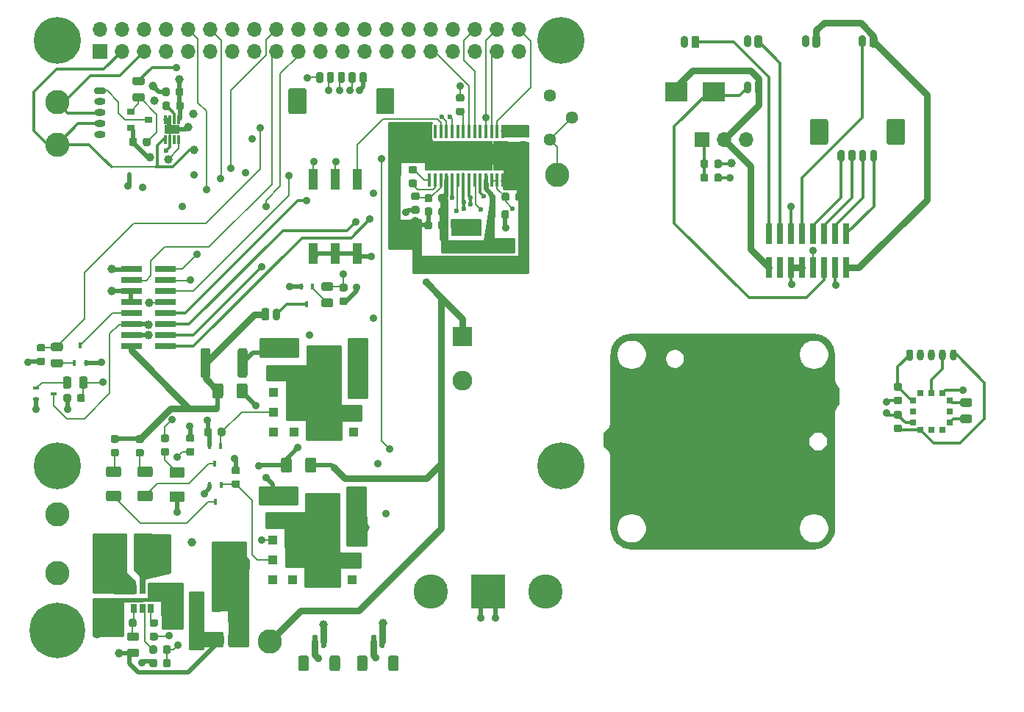
<source format=gtl>
G04 #@! TF.GenerationSoftware,KiCad,Pcbnew,(5.1.10-1-10_14)*
G04 #@! TF.CreationDate,2022-08-23T22:17:00-07:00*
G04 #@! TF.ProjectId,ulc-mm,756c632d-6d6d-42e6-9b69-6361645f7063,rev?*
G04 #@! TF.SameCoordinates,Original*
G04 #@! TF.FileFunction,Copper,L1,Top*
G04 #@! TF.FilePolarity,Positive*
%FSLAX46Y46*%
G04 Gerber Fmt 4.6, Leading zero omitted, Abs format (unit mm)*
G04 Created by KiCad (PCBNEW (5.1.10-1-10_14)) date 2022-08-23 22:17:00*
%MOMM*%
%LPD*%
G01*
G04 APERTURE LIST*
G04 #@! TA.AperFunction,ComponentPad*
%ADD10C,3.960000*%
G04 #@! TD*
G04 #@! TA.AperFunction,SMDPad,CuDef*
%ADD11R,3.960000X3.960000*%
G04 #@! TD*
G04 #@! TA.AperFunction,ComponentPad*
%ADD12C,0.300000*%
G04 #@! TD*
G04 #@! TA.AperFunction,SMDPad,CuDef*
%ADD13R,1.675000X3.400000*%
G04 #@! TD*
G04 #@! TA.AperFunction,SMDPad,CuDef*
%ADD14R,6.170000X2.400000*%
G04 #@! TD*
G04 #@! TA.AperFunction,SMDPad,CuDef*
%ADD15R,0.300000X1.600000*%
G04 #@! TD*
G04 #@! TA.AperFunction,SMDPad,CuDef*
%ADD16R,6.170000X0.500000*%
G04 #@! TD*
G04 #@! TA.AperFunction,ComponentPad*
%ADD17R,1.700000X1.700000*%
G04 #@! TD*
G04 #@! TA.AperFunction,ComponentPad*
%ADD18O,1.700000X1.700000*%
G04 #@! TD*
G04 #@! TA.AperFunction,ComponentPad*
%ADD19O,0.900000X1.400000*%
G04 #@! TD*
G04 #@! TA.AperFunction,SMDPad,CuDef*
%ADD20R,0.300000X1.000000*%
G04 #@! TD*
G04 #@! TA.AperFunction,SMDPad,CuDef*
%ADD21R,1.750000X1.050000*%
G04 #@! TD*
G04 #@! TA.AperFunction,ComponentPad*
%ADD22C,2.800000*%
G04 #@! TD*
G04 #@! TA.AperFunction,SMDPad,CuDef*
%ADD23R,1.060000X1.060000*%
G04 #@! TD*
G04 #@! TA.AperFunction,SMDPad,CuDef*
%ADD24R,0.650000X1.060000*%
G04 #@! TD*
G04 #@! TA.AperFunction,SMDPad,CuDef*
%ADD25R,0.450000X0.700000*%
G04 #@! TD*
G04 #@! TA.AperFunction,SMDPad,CuDef*
%ADD26R,2.400000X0.740000*%
G04 #@! TD*
G04 #@! TA.AperFunction,ComponentPad*
%ADD27R,1.600000X1.600000*%
G04 #@! TD*
G04 #@! TA.AperFunction,ComponentPad*
%ADD28C,1.600000*%
G04 #@! TD*
G04 #@! TA.AperFunction,ComponentPad*
%ADD29C,1.440000*%
G04 #@! TD*
G04 #@! TA.AperFunction,SMDPad,CuDef*
%ADD30R,1.120000X2.440000*%
G04 #@! TD*
G04 #@! TA.AperFunction,ComponentPad*
%ADD31R,2.280000X2.280000*%
G04 #@! TD*
G04 #@! TA.AperFunction,ComponentPad*
%ADD32C,2.280000*%
G04 #@! TD*
G04 #@! TA.AperFunction,SMDPad,CuDef*
%ADD33R,0.700000X0.450000*%
G04 #@! TD*
G04 #@! TA.AperFunction,SMDPad,CuDef*
%ADD34R,0.740000X2.400000*%
G04 #@! TD*
G04 #@! TA.AperFunction,SMDPad,CuDef*
%ADD35R,2.500000X2.300000*%
G04 #@! TD*
G04 #@! TA.AperFunction,SMDPad,CuDef*
%ADD36R,15.000000X15.000000*%
G04 #@! TD*
G04 #@! TA.AperFunction,ComponentPad*
%ADD37C,5.400000*%
G04 #@! TD*
G04 #@! TA.AperFunction,ComponentPad*
%ADD38C,6.400000*%
G04 #@! TD*
G04 #@! TA.AperFunction,ComponentPad*
%ADD39O,1.300000X0.800000*%
G04 #@! TD*
G04 #@! TA.AperFunction,ComponentPad*
%ADD40O,0.800000X1.300000*%
G04 #@! TD*
G04 #@! TA.AperFunction,SMDPad,CuDef*
%ADD41R,0.650000X0.700000*%
G04 #@! TD*
G04 #@! TA.AperFunction,SMDPad,CuDef*
%ADD42R,0.700000X0.650000*%
G04 #@! TD*
G04 #@! TA.AperFunction,SMDPad,CuDef*
%ADD43R,0.900000X0.800000*%
G04 #@! TD*
G04 #@! TA.AperFunction,ViaPad*
%ADD44C,1.000000*%
G04 #@! TD*
G04 #@! TA.AperFunction,ViaPad*
%ADD45C,0.900000*%
G04 #@! TD*
G04 #@! TA.AperFunction,ViaPad*
%ADD46C,0.600000*%
G04 #@! TD*
G04 #@! TA.AperFunction,Conductor*
%ADD47C,0.500000*%
G04 #@! TD*
G04 #@! TA.AperFunction,Conductor*
%ADD48C,0.750000*%
G04 #@! TD*
G04 #@! TA.AperFunction,Conductor*
%ADD49C,0.200000*%
G04 #@! TD*
G04 #@! TA.AperFunction,Conductor*
%ADD50C,0.300000*%
G04 #@! TD*
G04 #@! TA.AperFunction,Conductor*
%ADD51C,0.350000*%
G04 #@! TD*
G04 #@! TA.AperFunction,Conductor*
%ADD52C,0.254000*%
G04 #@! TD*
G04 #@! TA.AperFunction,Conductor*
%ADD53C,0.150000*%
G04 #@! TD*
G04 APERTURE END LIST*
D10*
X246447900Y-160985500D03*
X259647900Y-160985500D03*
D11*
X253047900Y-160985500D03*
D12*
X254465900Y-110804100D03*
X254465900Y-112104100D03*
X253165900Y-112104100D03*
X251865900Y-112104100D03*
X250565900Y-112104100D03*
X249265900Y-112104100D03*
X247965900Y-112104100D03*
X246665900Y-112104100D03*
X246665900Y-110804100D03*
X254465900Y-109504100D03*
X253165900Y-109504100D03*
X251865900Y-109504100D03*
X250565900Y-109504100D03*
X249265900Y-109504100D03*
X247965900Y-109504100D03*
X246665900Y-109504100D03*
X247965900Y-110804100D03*
X249265900Y-110804100D03*
X253165900Y-110804100D03*
X251865900Y-110804100D03*
X250565900Y-110804100D03*
D13*
X254488400Y-110804100D03*
D14*
X250565900Y-110804100D03*
D15*
X246340900Y-108004100D03*
X246990900Y-108004100D03*
X247640900Y-108004100D03*
X248290900Y-108004100D03*
X248940900Y-108004100D03*
X249590900Y-108004100D03*
X250240900Y-108004100D03*
X250890900Y-108004100D03*
X251540900Y-108004100D03*
X252190900Y-108004100D03*
X252840900Y-108004100D03*
X253490900Y-108004100D03*
X254140900Y-108004100D03*
X254790900Y-108004100D03*
X254790900Y-113604100D03*
X254140900Y-113604100D03*
X253490900Y-113604100D03*
X252840900Y-113604100D03*
X252190900Y-113604100D03*
X251540900Y-113604100D03*
X250890900Y-113604100D03*
X250240900Y-113604100D03*
X249590900Y-113604100D03*
X248940900Y-113604100D03*
X248290900Y-113604100D03*
X247640900Y-113604100D03*
X246990900Y-113604100D03*
X246340900Y-113604100D03*
D13*
X246643400Y-110804100D03*
D16*
X250565900Y-112254100D03*
X250565900Y-109354100D03*
G04 #@! TA.AperFunction,SMDPad,CuDef*
G36*
G01*
X215650960Y-167962590D02*
X215650960Y-167450090D01*
G75*
G02*
X215869710Y-167231340I218750J0D01*
G01*
X216307210Y-167231340D01*
G75*
G02*
X216525960Y-167450090I0J-218750D01*
G01*
X216525960Y-167962590D01*
G75*
G02*
X216307210Y-168181340I-218750J0D01*
G01*
X215869710Y-168181340D01*
G75*
G02*
X215650960Y-167962590I0J218750D01*
G01*
G37*
G04 #@! TD.AperFunction*
G04 #@! TA.AperFunction,SMDPad,CuDef*
G36*
G01*
X214075960Y-167962590D02*
X214075960Y-167450090D01*
G75*
G02*
X214294710Y-167231340I218750J0D01*
G01*
X214732210Y-167231340D01*
G75*
G02*
X214950960Y-167450090I0J-218750D01*
G01*
X214950960Y-167962590D01*
G75*
G02*
X214732210Y-168181340I-218750J0D01*
G01*
X214294710Y-168181340D01*
G75*
G02*
X214075960Y-167962590I0J218750D01*
G01*
G37*
G04 #@! TD.AperFunction*
G04 #@! TA.AperFunction,SMDPad,CuDef*
G36*
G01*
X250116450Y-106140000D02*
X249603950Y-106140000D01*
G75*
G02*
X249385200Y-105921250I0J218750D01*
G01*
X249385200Y-105483750D01*
G75*
G02*
X249603950Y-105265000I218750J0D01*
G01*
X250116450Y-105265000D01*
G75*
G02*
X250335200Y-105483750I0J-218750D01*
G01*
X250335200Y-105921250D01*
G75*
G02*
X250116450Y-106140000I-218750J0D01*
G01*
G37*
G04 #@! TD.AperFunction*
G04 #@! TA.AperFunction,SMDPad,CuDef*
G36*
G01*
X250116450Y-104565000D02*
X249603950Y-104565000D01*
G75*
G02*
X249385200Y-104346250I0J218750D01*
G01*
X249385200Y-103908750D01*
G75*
G02*
X249603950Y-103690000I218750J0D01*
G01*
X250116450Y-103690000D01*
G75*
G02*
X250335200Y-103908750I0J-218750D01*
G01*
X250335200Y-104346250D01*
G75*
G02*
X250116450Y-104565000I-218750J0D01*
G01*
G37*
G04 #@! TD.AperFunction*
D17*
X208370000Y-98770000D03*
D18*
X208370000Y-96230000D03*
X210910000Y-98770000D03*
X210910000Y-96230000D03*
X213450000Y-98770000D03*
X213450000Y-96230000D03*
X215990000Y-98770000D03*
X215990000Y-96230000D03*
X218530000Y-98770000D03*
X218530000Y-96230000D03*
X221070000Y-98770000D03*
X221070000Y-96230000D03*
X223610000Y-98770000D03*
X223610000Y-96230000D03*
X226150000Y-98770000D03*
X226150000Y-96230000D03*
X228690000Y-98770000D03*
X228690000Y-96230000D03*
X231230000Y-98770000D03*
X231230000Y-96230000D03*
X233770000Y-98770000D03*
X233770000Y-96230000D03*
X236310000Y-98770000D03*
X236310000Y-96230000D03*
X238850000Y-98770000D03*
X238850000Y-96230000D03*
X241390000Y-98770000D03*
X241390000Y-96230000D03*
X243930000Y-98770000D03*
X243930000Y-96230000D03*
X246470000Y-98770000D03*
X246470000Y-96230000D03*
X249010000Y-98770000D03*
X249010000Y-96230000D03*
X251550000Y-98770000D03*
X251550000Y-96230000D03*
X254090000Y-98770000D03*
X254090000Y-96230000D03*
X256630000Y-98770000D03*
X256630000Y-96230000D03*
D19*
X222305960Y-166581120D03*
G04 #@! TA.AperFunction,ComponentPad*
G36*
G01*
X224005960Y-166106120D02*
X224005960Y-167056120D01*
G75*
G02*
X223780960Y-167281120I-225000J0D01*
G01*
X223330960Y-167281120D01*
G75*
G02*
X223105960Y-167056120I0J225000D01*
G01*
X223105960Y-166106120D01*
G75*
G02*
X223330960Y-165881120I225000J0D01*
G01*
X223780960Y-165881120D01*
G75*
G02*
X224005960Y-166106120I0J-225000D01*
G01*
G37*
G04 #@! TD.AperFunction*
D20*
X215950000Y-108950000D03*
X216450000Y-108950000D03*
X216950000Y-108950000D03*
X217450000Y-108950000D03*
X217450000Y-106650000D03*
X216950000Y-106650000D03*
X216450000Y-106650000D03*
X215950000Y-106650000D03*
D21*
X216700000Y-107800000D03*
D22*
X227914600Y-166789400D03*
X261036200Y-113043000D03*
X203450000Y-109500000D03*
X203450000Y-104650000D03*
X203454400Y-158915400D03*
X203479800Y-152159000D03*
D23*
X228401900Y-133457900D03*
X228401900Y-135747900D03*
X228401900Y-138037900D03*
X228401900Y-140327900D03*
X228401900Y-142617900D03*
X230691900Y-133457900D03*
X230691900Y-135747900D03*
X230691900Y-138037900D03*
X230691900Y-140327900D03*
X230691900Y-142617900D03*
X232981900Y-133457900D03*
X232981900Y-135747900D03*
X232981900Y-138037900D03*
X232981900Y-140327900D03*
X232981900Y-142617900D03*
X235271900Y-133457900D03*
X235271900Y-135747900D03*
X235271900Y-138037900D03*
X235271900Y-140327900D03*
X235271900Y-142617900D03*
X237561900Y-133457900D03*
X237561900Y-135747900D03*
X237561900Y-138037900D03*
X237561900Y-140327900D03*
X237561900Y-142617900D03*
X237434900Y-159685400D03*
X237434900Y-157395400D03*
X237434900Y-155105400D03*
X237434900Y-152815400D03*
X237434900Y-150525400D03*
X235144900Y-159685400D03*
X235144900Y-157395400D03*
X235144900Y-155105400D03*
X235144900Y-152815400D03*
X235144900Y-150525400D03*
X232854900Y-159685400D03*
X232854900Y-157395400D03*
X232854900Y-155105400D03*
X232854900Y-152815400D03*
X232854900Y-150525400D03*
X230564900Y-159685400D03*
X230564900Y-157395400D03*
X230564900Y-155105400D03*
X230564900Y-152815400D03*
X230564900Y-150525400D03*
X228274900Y-159685400D03*
X228274900Y-157395400D03*
X228274900Y-155105400D03*
X228274900Y-152815400D03*
X228274900Y-150525400D03*
D24*
X214201460Y-160775340D03*
X213251460Y-160775340D03*
X212301460Y-160775340D03*
X212301460Y-162975340D03*
X214201460Y-162975340D03*
X213251460Y-162975340D03*
D25*
X232844500Y-125873300D03*
X231544500Y-125873300D03*
X232194500Y-127873300D03*
D26*
X212020000Y-123885000D03*
X215920000Y-123885000D03*
X212020000Y-125155000D03*
X215920000Y-125155000D03*
X212020000Y-126425000D03*
X215920000Y-126425000D03*
X212020000Y-127695000D03*
X215920000Y-127695000D03*
X212020000Y-128965000D03*
X215920000Y-128965000D03*
X212020000Y-130235000D03*
X215920000Y-130235000D03*
X212020000Y-131505000D03*
X215920000Y-131505000D03*
X212020000Y-132775000D03*
X215920000Y-132775000D03*
G04 #@! TA.AperFunction,ComponentPad*
G36*
G01*
X226969300Y-129532700D02*
X226969300Y-128582700D01*
G75*
G02*
X227194300Y-128357700I225000J0D01*
G01*
X227644300Y-128357700D01*
G75*
G02*
X227869300Y-128582700I0J-225000D01*
G01*
X227869300Y-129532700D01*
G75*
G02*
X227644300Y-129757700I-225000J0D01*
G01*
X227194300Y-129757700D01*
G75*
G02*
X226969300Y-129532700I0J225000D01*
G01*
G37*
G04 #@! TD.AperFunction*
D19*
X228669300Y-129057700D03*
G04 #@! TA.AperFunction,SMDPad,CuDef*
G36*
G01*
X246631900Y-118557850D02*
X246631900Y-119070350D01*
G75*
G02*
X246413150Y-119289100I-218750J0D01*
G01*
X245975650Y-119289100D01*
G75*
G02*
X245756900Y-119070350I0J218750D01*
G01*
X245756900Y-118557850D01*
G75*
G02*
X245975650Y-118339100I218750J0D01*
G01*
X246413150Y-118339100D01*
G75*
G02*
X246631900Y-118557850I0J-218750D01*
G01*
G37*
G04 #@! TD.AperFunction*
G04 #@! TA.AperFunction,SMDPad,CuDef*
G36*
G01*
X248206900Y-118557850D02*
X248206900Y-119070350D01*
G75*
G02*
X247988150Y-119289100I-218750J0D01*
G01*
X247550650Y-119289100D01*
G75*
G02*
X247331900Y-119070350I0J218750D01*
G01*
X247331900Y-118557850D01*
G75*
G02*
X247550650Y-118339100I218750J0D01*
G01*
X247988150Y-118339100D01*
G75*
G02*
X248206900Y-118557850I0J-218750D01*
G01*
G37*
G04 #@! TD.AperFunction*
G04 #@! TA.AperFunction,SMDPad,CuDef*
G36*
G01*
X244155650Y-111962780D02*
X244668150Y-111962780D01*
G75*
G02*
X244886900Y-112181530I0J-218750D01*
G01*
X244886900Y-112619030D01*
G75*
G02*
X244668150Y-112837780I-218750J0D01*
G01*
X244155650Y-112837780D01*
G75*
G02*
X243936900Y-112619030I0J218750D01*
G01*
X243936900Y-112181530D01*
G75*
G02*
X244155650Y-111962780I218750J0D01*
G01*
G37*
G04 #@! TD.AperFunction*
G04 #@! TA.AperFunction,SMDPad,CuDef*
G36*
G01*
X244155650Y-113537780D02*
X244668150Y-113537780D01*
G75*
G02*
X244886900Y-113756530I0J-218750D01*
G01*
X244886900Y-114194030D01*
G75*
G02*
X244668150Y-114412780I-218750J0D01*
G01*
X244155650Y-114412780D01*
G75*
G02*
X243936900Y-114194030I0J218750D01*
G01*
X243936900Y-113756530D01*
G75*
G02*
X244155650Y-113537780I218750J0D01*
G01*
G37*
G04 #@! TD.AperFunction*
G04 #@! TA.AperFunction,SMDPad,CuDef*
G36*
G01*
X216118550Y-145370300D02*
X215606050Y-145370300D01*
G75*
G02*
X215387300Y-145151550I0J218750D01*
G01*
X215387300Y-144714050D01*
G75*
G02*
X215606050Y-144495300I218750J0D01*
G01*
X216118550Y-144495300D01*
G75*
G02*
X216337300Y-144714050I0J-218750D01*
G01*
X216337300Y-145151550D01*
G75*
G02*
X216118550Y-145370300I-218750J0D01*
G01*
G37*
G04 #@! TD.AperFunction*
G04 #@! TA.AperFunction,SMDPad,CuDef*
G36*
G01*
X216118550Y-143795300D02*
X215606050Y-143795300D01*
G75*
G02*
X215387300Y-143576550I0J218750D01*
G01*
X215387300Y-143139050D01*
G75*
G02*
X215606050Y-142920300I218750J0D01*
G01*
X216118550Y-142920300D01*
G75*
G02*
X216337300Y-143139050I0J-218750D01*
G01*
X216337300Y-143576550D01*
G75*
G02*
X216118550Y-143795300I-218750J0D01*
G01*
G37*
G04 #@! TD.AperFunction*
G04 #@! TA.AperFunction,SMDPad,CuDef*
G36*
G01*
X224117600Y-138521900D02*
X224117600Y-137271900D01*
G75*
G02*
X224367600Y-137021900I250000J0D01*
G01*
X225117600Y-137021900D01*
G75*
G02*
X225367600Y-137271900I0J-250000D01*
G01*
X225367600Y-138521900D01*
G75*
G02*
X225117600Y-138771900I-250000J0D01*
G01*
X224367600Y-138771900D01*
G75*
G02*
X224117600Y-138521900I0J250000D01*
G01*
G37*
G04 #@! TD.AperFunction*
G04 #@! TA.AperFunction,SMDPad,CuDef*
G36*
G01*
X221317600Y-138521900D02*
X221317600Y-137271900D01*
G75*
G02*
X221567600Y-137021900I250000J0D01*
G01*
X222317600Y-137021900D01*
G75*
G02*
X222567600Y-137271900I0J-250000D01*
G01*
X222567600Y-138521900D01*
G75*
G02*
X222317600Y-138771900I-250000J0D01*
G01*
X221567600Y-138771900D01*
G75*
G02*
X221317600Y-138521900I0J250000D01*
G01*
G37*
G04 #@! TD.AperFunction*
G04 #@! TA.AperFunction,SMDPad,CuDef*
G36*
G01*
X245777700Y-117502950D02*
X245777700Y-116990450D01*
G75*
G02*
X245996450Y-116771700I218750J0D01*
G01*
X246433950Y-116771700D01*
G75*
G02*
X246652700Y-116990450I0J-218750D01*
G01*
X246652700Y-117502950D01*
G75*
G02*
X246433950Y-117721700I-218750J0D01*
G01*
X245996450Y-117721700D01*
G75*
G02*
X245777700Y-117502950I0J218750D01*
G01*
G37*
G04 #@! TD.AperFunction*
G04 #@! TA.AperFunction,SMDPad,CuDef*
G36*
G01*
X247352700Y-117502950D02*
X247352700Y-116990450D01*
G75*
G02*
X247571450Y-116771700I218750J0D01*
G01*
X248008950Y-116771700D01*
G75*
G02*
X248227700Y-116990450I0J-218750D01*
G01*
X248227700Y-117502950D01*
G75*
G02*
X248008950Y-117721700I-218750J0D01*
G01*
X247571450Y-117721700D01*
G75*
G02*
X247352700Y-117502950I0J218750D01*
G01*
G37*
G04 #@! TD.AperFunction*
G04 #@! TA.AperFunction,SMDPad,CuDef*
G36*
G01*
X256855650Y-107563500D02*
X257368150Y-107563500D01*
G75*
G02*
X257586900Y-107782250I0J-218750D01*
G01*
X257586900Y-108219750D01*
G75*
G02*
X257368150Y-108438500I-218750J0D01*
G01*
X256855650Y-108438500D01*
G75*
G02*
X256636900Y-108219750I0J218750D01*
G01*
X256636900Y-107782250D01*
G75*
G02*
X256855650Y-107563500I218750J0D01*
G01*
G37*
G04 #@! TD.AperFunction*
G04 #@! TA.AperFunction,SMDPad,CuDef*
G36*
G01*
X256855650Y-109138500D02*
X257368150Y-109138500D01*
G75*
G02*
X257586900Y-109357250I0J-218750D01*
G01*
X257586900Y-109794750D01*
G75*
G02*
X257368150Y-110013500I-218750J0D01*
G01*
X256855650Y-110013500D01*
G75*
G02*
X256636900Y-109794750I0J218750D01*
G01*
X256636900Y-109357250D01*
G75*
G02*
X256855650Y-109138500I218750J0D01*
G01*
G37*
G04 #@! TD.AperFunction*
G04 #@! TA.AperFunction,SMDPad,CuDef*
G36*
G01*
X255496900Y-117307850D02*
X255496900Y-117820350D01*
G75*
G02*
X255278150Y-118039100I-218750J0D01*
G01*
X254840650Y-118039100D01*
G75*
G02*
X254621900Y-117820350I0J218750D01*
G01*
X254621900Y-117307850D01*
G75*
G02*
X254840650Y-117089100I218750J0D01*
G01*
X255278150Y-117089100D01*
G75*
G02*
X255496900Y-117307850I0J-218750D01*
G01*
G37*
G04 #@! TD.AperFunction*
G04 #@! TA.AperFunction,SMDPad,CuDef*
G36*
G01*
X253921900Y-117307850D02*
X253921900Y-117820350D01*
G75*
G02*
X253703150Y-118039100I-218750J0D01*
G01*
X253265650Y-118039100D01*
G75*
G02*
X253046900Y-117820350I0J218750D01*
G01*
X253046900Y-117307850D01*
G75*
G02*
X253265650Y-117089100I218750J0D01*
G01*
X253703150Y-117089100D01*
G75*
G02*
X253921900Y-117307850I0J-218750D01*
G01*
G37*
G04 #@! TD.AperFunction*
G04 #@! TA.AperFunction,SMDPad,CuDef*
G36*
G01*
X209840250Y-142996500D02*
X210352750Y-142996500D01*
G75*
G02*
X210571500Y-143215250I0J-218750D01*
G01*
X210571500Y-143652750D01*
G75*
G02*
X210352750Y-143871500I-218750J0D01*
G01*
X209840250Y-143871500D01*
G75*
G02*
X209621500Y-143652750I0J218750D01*
G01*
X209621500Y-143215250D01*
G75*
G02*
X209840250Y-142996500I218750J0D01*
G01*
G37*
G04 #@! TD.AperFunction*
G04 #@! TA.AperFunction,SMDPad,CuDef*
G36*
G01*
X209840250Y-144571500D02*
X210352750Y-144571500D01*
G75*
G02*
X210571500Y-144790250I0J-218750D01*
G01*
X210571500Y-145227750D01*
G75*
G02*
X210352750Y-145446500I-218750J0D01*
G01*
X209840250Y-145446500D01*
G75*
G02*
X209621500Y-145227750I0J218750D01*
G01*
X209621500Y-144790250D01*
G75*
G02*
X209840250Y-144571500I218750J0D01*
G01*
G37*
G04 #@! TD.AperFunction*
G04 #@! TA.AperFunction,SMDPad,CuDef*
G36*
G01*
X212710450Y-144596900D02*
X213222950Y-144596900D01*
G75*
G02*
X213441700Y-144815650I0J-218750D01*
G01*
X213441700Y-145253150D01*
G75*
G02*
X213222950Y-145471900I-218750J0D01*
G01*
X212710450Y-145471900D01*
G75*
G02*
X212491700Y-145253150I0J218750D01*
G01*
X212491700Y-144815650D01*
G75*
G02*
X212710450Y-144596900I218750J0D01*
G01*
G37*
G04 #@! TD.AperFunction*
G04 #@! TA.AperFunction,SMDPad,CuDef*
G36*
G01*
X212710450Y-143021900D02*
X213222950Y-143021900D01*
G75*
G02*
X213441700Y-143240650I0J-218750D01*
G01*
X213441700Y-143678150D01*
G75*
G02*
X213222950Y-143896900I-218750J0D01*
G01*
X212710450Y-143896900D01*
G75*
G02*
X212491700Y-143678150I0J218750D01*
G01*
X212491700Y-143240650D01*
G75*
G02*
X212710450Y-143021900I218750J0D01*
G01*
G37*
G04 #@! TD.AperFunction*
D27*
X251041900Y-121274100D03*
D28*
X251041900Y-123274100D03*
G04 #@! TA.AperFunction,SMDPad,CuDef*
G36*
G01*
X217114000Y-103698050D02*
X217114000Y-103185550D01*
G75*
G02*
X217332750Y-102966800I218750J0D01*
G01*
X217770250Y-102966800D01*
G75*
G02*
X217989000Y-103185550I0J-218750D01*
G01*
X217989000Y-103698050D01*
G75*
G02*
X217770250Y-103916800I-218750J0D01*
G01*
X217332750Y-103916800D01*
G75*
G02*
X217114000Y-103698050I0J218750D01*
G01*
G37*
G04 #@! TD.AperFunction*
G04 #@! TA.AperFunction,SMDPad,CuDef*
G36*
G01*
X215539000Y-103698050D02*
X215539000Y-103185550D01*
G75*
G02*
X215757750Y-102966800I218750J0D01*
G01*
X216195250Y-102966800D01*
G75*
G02*
X216414000Y-103185550I0J-218750D01*
G01*
X216414000Y-103698050D01*
G75*
G02*
X216195250Y-103916800I-218750J0D01*
G01*
X215757750Y-103916800D01*
G75*
G02*
X215539000Y-103698050I0J218750D01*
G01*
G37*
G04 #@! TD.AperFunction*
G04 #@! TA.AperFunction,SMDPad,CuDef*
G36*
G01*
X207976460Y-159600340D02*
X209226460Y-159600340D01*
G75*
G02*
X209476460Y-159850340I0J-250000D01*
G01*
X209476460Y-160600340D01*
G75*
G02*
X209226460Y-160850340I-250000J0D01*
G01*
X207976460Y-160850340D01*
G75*
G02*
X207726460Y-160600340I0J250000D01*
G01*
X207726460Y-159850340D01*
G75*
G02*
X207976460Y-159600340I250000J0D01*
G01*
G37*
G04 #@! TD.AperFunction*
G04 #@! TA.AperFunction,SMDPad,CuDef*
G36*
G01*
X207976460Y-162400340D02*
X209226460Y-162400340D01*
G75*
G02*
X209476460Y-162650340I0J-250000D01*
G01*
X209476460Y-163400340D01*
G75*
G02*
X209226460Y-163650340I-250000J0D01*
G01*
X207976460Y-163650340D01*
G75*
G02*
X207726460Y-163400340I0J250000D01*
G01*
X207726460Y-162650340D01*
G75*
G02*
X207976460Y-162400340I250000J0D01*
G01*
G37*
G04 #@! TD.AperFunction*
G04 #@! TA.AperFunction,SMDPad,CuDef*
G36*
G01*
X210295210Y-161825340D02*
X210807710Y-161825340D01*
G75*
G02*
X211026460Y-162044090I0J-218750D01*
G01*
X211026460Y-162481590D01*
G75*
G02*
X210807710Y-162700340I-218750J0D01*
G01*
X210295210Y-162700340D01*
G75*
G02*
X210076460Y-162481590I0J218750D01*
G01*
X210076460Y-162044090D01*
G75*
G02*
X210295210Y-161825340I218750J0D01*
G01*
G37*
G04 #@! TD.AperFunction*
G04 #@! TA.AperFunction,SMDPad,CuDef*
G36*
G01*
X210295210Y-160250340D02*
X210807710Y-160250340D01*
G75*
G02*
X211026460Y-160469090I0J-218750D01*
G01*
X211026460Y-160906590D01*
G75*
G02*
X210807710Y-161125340I-218750J0D01*
G01*
X210295210Y-161125340D01*
G75*
G02*
X210076460Y-160906590I0J218750D01*
G01*
X210076460Y-160469090D01*
G75*
G02*
X210295210Y-160250340I218750J0D01*
G01*
G37*
G04 #@! TD.AperFunction*
G04 #@! TA.AperFunction,SMDPad,CuDef*
G36*
G01*
X214320810Y-165770340D02*
X214833310Y-165770340D01*
G75*
G02*
X215052060Y-165989090I0J-218750D01*
G01*
X215052060Y-166426590D01*
G75*
G02*
X214833310Y-166645340I-218750J0D01*
G01*
X214320810Y-166645340D01*
G75*
G02*
X214102060Y-166426590I0J218750D01*
G01*
X214102060Y-165989090D01*
G75*
G02*
X214320810Y-165770340I218750J0D01*
G01*
G37*
G04 #@! TD.AperFunction*
G04 #@! TA.AperFunction,SMDPad,CuDef*
G36*
G01*
X214320810Y-164195340D02*
X214833310Y-164195340D01*
G75*
G02*
X215052060Y-164414090I0J-218750D01*
G01*
X215052060Y-164851590D01*
G75*
G02*
X214833310Y-165070340I-218750J0D01*
G01*
X214320810Y-165070340D01*
G75*
G02*
X214102060Y-164851590I0J218750D01*
G01*
X214102060Y-164414090D01*
G75*
G02*
X214320810Y-164195340I218750J0D01*
G01*
G37*
G04 #@! TD.AperFunction*
G04 #@! TA.AperFunction,SMDPad,CuDef*
G36*
G01*
X211001260Y-164369090D02*
X211001260Y-164881590D01*
G75*
G02*
X210782510Y-165100340I-218750J0D01*
G01*
X210345010Y-165100340D01*
G75*
G02*
X210126260Y-164881590I0J218750D01*
G01*
X210126260Y-164369090D01*
G75*
G02*
X210345010Y-164150340I218750J0D01*
G01*
X210782510Y-164150340D01*
G75*
G02*
X211001260Y-164369090I0J-218750D01*
G01*
G37*
G04 #@! TD.AperFunction*
G04 #@! TA.AperFunction,SMDPad,CuDef*
G36*
G01*
X212576260Y-164369090D02*
X212576260Y-164881590D01*
G75*
G02*
X212357510Y-165100340I-218750J0D01*
G01*
X211920010Y-165100340D01*
G75*
G02*
X211701260Y-164881590I0J218750D01*
G01*
X211701260Y-164369090D01*
G75*
G02*
X211920010Y-164150340I218750J0D01*
G01*
X212357510Y-164150340D01*
G75*
G02*
X212576260Y-164369090I0J-218750D01*
G01*
G37*
G04 #@! TD.AperFunction*
G04 #@! TA.AperFunction,SMDPad,CuDef*
G36*
G01*
X220086020Y-161437460D02*
X220086020Y-162687460D01*
G75*
G02*
X219836020Y-162937460I-250000J0D01*
G01*
X219086020Y-162937460D01*
G75*
G02*
X218836020Y-162687460I0J250000D01*
G01*
X218836020Y-161437460D01*
G75*
G02*
X219086020Y-161187460I250000J0D01*
G01*
X219836020Y-161187460D01*
G75*
G02*
X220086020Y-161437460I0J-250000D01*
G01*
G37*
G04 #@! TD.AperFunction*
G04 #@! TA.AperFunction,SMDPad,CuDef*
G36*
G01*
X222886020Y-161437460D02*
X222886020Y-162687460D01*
G75*
G02*
X222636020Y-162937460I-250000J0D01*
G01*
X221886020Y-162937460D01*
G75*
G02*
X221636020Y-162687460I0J250000D01*
G01*
X221636020Y-161437460D01*
G75*
G02*
X221886020Y-161187460I250000J0D01*
G01*
X222636020Y-161187460D01*
G75*
G02*
X222886020Y-161437460I0J-250000D01*
G01*
G37*
G04 #@! TD.AperFunction*
G04 #@! TA.AperFunction,SMDPad,CuDef*
G36*
G01*
X210569100Y-147840700D02*
X209319100Y-147840700D01*
G75*
G02*
X209069100Y-147590700I0J250000D01*
G01*
X209069100Y-146840700D01*
G75*
G02*
X209319100Y-146590700I250000J0D01*
G01*
X210569100Y-146590700D01*
G75*
G02*
X210819100Y-146840700I0J-250000D01*
G01*
X210819100Y-147590700D01*
G75*
G02*
X210569100Y-147840700I-250000J0D01*
G01*
G37*
G04 #@! TD.AperFunction*
G04 #@! TA.AperFunction,SMDPad,CuDef*
G36*
G01*
X210569100Y-150640700D02*
X209319100Y-150640700D01*
G75*
G02*
X209069100Y-150390700I0J250000D01*
G01*
X209069100Y-149640700D01*
G75*
G02*
X209319100Y-149390700I250000J0D01*
G01*
X210569100Y-149390700D01*
G75*
G02*
X210819100Y-149640700I0J-250000D01*
G01*
X210819100Y-150390700D01*
G75*
G02*
X210569100Y-150640700I-250000J0D01*
G01*
G37*
G04 #@! TD.AperFunction*
G04 #@! TA.AperFunction,SMDPad,CuDef*
G36*
G01*
X217884300Y-150716900D02*
X216634300Y-150716900D01*
G75*
G02*
X216384300Y-150466900I0J250000D01*
G01*
X216384300Y-149716900D01*
G75*
G02*
X216634300Y-149466900I250000J0D01*
G01*
X217884300Y-149466900D01*
G75*
G02*
X218134300Y-149716900I0J-250000D01*
G01*
X218134300Y-150466900D01*
G75*
G02*
X217884300Y-150716900I-250000J0D01*
G01*
G37*
G04 #@! TD.AperFunction*
G04 #@! TA.AperFunction,SMDPad,CuDef*
G36*
G01*
X217884300Y-147916900D02*
X216634300Y-147916900D01*
G75*
G02*
X216384300Y-147666900I0J250000D01*
G01*
X216384300Y-146916900D01*
G75*
G02*
X216634300Y-146666900I250000J0D01*
G01*
X217884300Y-146666900D01*
G75*
G02*
X218134300Y-146916900I0J-250000D01*
G01*
X218134300Y-147666900D01*
G75*
G02*
X217884300Y-147916900I-250000J0D01*
G01*
G37*
G04 #@! TD.AperFunction*
G04 #@! TA.AperFunction,SMDPad,CuDef*
G36*
G01*
X214201300Y-150640700D02*
X212951300Y-150640700D01*
G75*
G02*
X212701300Y-150390700I0J250000D01*
G01*
X212701300Y-149640700D01*
G75*
G02*
X212951300Y-149390700I250000J0D01*
G01*
X214201300Y-149390700D01*
G75*
G02*
X214451300Y-149640700I0J-250000D01*
G01*
X214451300Y-150390700D01*
G75*
G02*
X214201300Y-150640700I-250000J0D01*
G01*
G37*
G04 #@! TD.AperFunction*
G04 #@! TA.AperFunction,SMDPad,CuDef*
G36*
G01*
X214201300Y-147840700D02*
X212951300Y-147840700D01*
G75*
G02*
X212701300Y-147590700I0J250000D01*
G01*
X212701300Y-146840700D01*
G75*
G02*
X212951300Y-146590700I250000J0D01*
G01*
X214201300Y-146590700D01*
G75*
G02*
X214451300Y-146840700I0J-250000D01*
G01*
X214451300Y-147590700D01*
G75*
G02*
X214201300Y-147840700I-250000J0D01*
G01*
G37*
G04 #@! TD.AperFunction*
G04 #@! TA.AperFunction,SMDPad,CuDef*
G36*
G01*
X221094500Y-133233797D02*
X221094500Y-136133803D01*
G75*
G02*
X220844503Y-136383800I-249997J0D01*
G01*
X220219497Y-136383800D01*
G75*
G02*
X219969500Y-136133803I0J249997D01*
G01*
X219969500Y-133233797D01*
G75*
G02*
X220219497Y-132983800I249997J0D01*
G01*
X220844503Y-132983800D01*
G75*
G02*
X221094500Y-133233797I0J-249997D01*
G01*
G37*
G04 #@! TD.AperFunction*
G04 #@! TA.AperFunction,SMDPad,CuDef*
G36*
G01*
X225369500Y-133233797D02*
X225369500Y-136133803D01*
G75*
G02*
X225119503Y-136383800I-249997J0D01*
G01*
X224494497Y-136383800D01*
G75*
G02*
X224244500Y-136133803I0J249997D01*
G01*
X224244500Y-133233797D01*
G75*
G02*
X224494497Y-132983800I249997J0D01*
G01*
X225119503Y-132983800D01*
G75*
G02*
X225369500Y-133233797I0J-249997D01*
G01*
G37*
G04 #@! TD.AperFunction*
G04 #@! TA.AperFunction,SMDPad,CuDef*
G36*
G01*
X205987200Y-137395570D02*
X205987200Y-136483070D01*
G75*
G02*
X206230950Y-136239320I243750J0D01*
G01*
X206718450Y-136239320D01*
G75*
G02*
X206962200Y-136483070I0J-243750D01*
G01*
X206962200Y-137395570D01*
G75*
G02*
X206718450Y-137639320I-243750J0D01*
G01*
X206230950Y-137639320D01*
G75*
G02*
X205987200Y-137395570I0J243750D01*
G01*
G37*
G04 #@! TD.AperFunction*
G04 #@! TA.AperFunction,SMDPad,CuDef*
G36*
G01*
X204112200Y-137395570D02*
X204112200Y-136483070D01*
G75*
G02*
X204355950Y-136239320I243750J0D01*
G01*
X204843450Y-136239320D01*
G75*
G02*
X205087200Y-136483070I0J-243750D01*
G01*
X205087200Y-137395570D01*
G75*
G02*
X204843450Y-137639320I-243750J0D01*
G01*
X204355950Y-137639320D01*
G75*
G02*
X204112200Y-137395570I0J243750D01*
G01*
G37*
G04 #@! TD.AperFunction*
G04 #@! TA.AperFunction,SMDPad,CuDef*
G36*
G01*
X206635200Y-138461070D02*
X206635200Y-138973570D01*
G75*
G02*
X206416450Y-139192320I-218750J0D01*
G01*
X205978950Y-139192320D01*
G75*
G02*
X205760200Y-138973570I0J218750D01*
G01*
X205760200Y-138461070D01*
G75*
G02*
X205978950Y-138242320I218750J0D01*
G01*
X206416450Y-138242320D01*
G75*
G02*
X206635200Y-138461070I0J-218750D01*
G01*
G37*
G04 #@! TD.AperFunction*
G04 #@! TA.AperFunction,SMDPad,CuDef*
G36*
G01*
X205060200Y-138461070D02*
X205060200Y-138973570D01*
G75*
G02*
X204841450Y-139192320I-218750J0D01*
G01*
X204403950Y-139192320D01*
G75*
G02*
X204185200Y-138973570I0J218750D01*
G01*
X204185200Y-138461070D01*
G75*
G02*
X204403950Y-138242320I218750J0D01*
G01*
X204841450Y-138242320D01*
G75*
G02*
X205060200Y-138461070I0J-218750D01*
G01*
G37*
G04 #@! TD.AperFunction*
G04 #@! TA.AperFunction,SMDPad,CuDef*
G36*
G01*
X254650900Y-115790350D02*
X254650900Y-115277850D01*
G75*
G02*
X254869650Y-115059100I218750J0D01*
G01*
X255307150Y-115059100D01*
G75*
G02*
X255525900Y-115277850I0J-218750D01*
G01*
X255525900Y-115790350D01*
G75*
G02*
X255307150Y-116009100I-218750J0D01*
G01*
X254869650Y-116009100D01*
G75*
G02*
X254650900Y-115790350I0J218750D01*
G01*
G37*
G04 #@! TD.AperFunction*
G04 #@! TA.AperFunction,SMDPad,CuDef*
G36*
G01*
X256225900Y-115790350D02*
X256225900Y-115277850D01*
G75*
G02*
X256444650Y-115059100I218750J0D01*
G01*
X256882150Y-115059100D01*
G75*
G02*
X257100900Y-115277850I0J-218750D01*
G01*
X257100900Y-115790350D01*
G75*
G02*
X256882150Y-116009100I-218750J0D01*
G01*
X256444650Y-116009100D01*
G75*
G02*
X256225900Y-115790350I0J218750D01*
G01*
G37*
G04 #@! TD.AperFunction*
G04 #@! TA.AperFunction,SMDPad,CuDef*
G36*
G01*
X235012950Y-126372500D02*
X234100450Y-126372500D01*
G75*
G02*
X233856700Y-126128750I0J243750D01*
G01*
X233856700Y-125641250D01*
G75*
G02*
X234100450Y-125397500I243750J0D01*
G01*
X235012950Y-125397500D01*
G75*
G02*
X235256700Y-125641250I0J-243750D01*
G01*
X235256700Y-126128750D01*
G75*
G02*
X235012950Y-126372500I-243750J0D01*
G01*
G37*
G04 #@! TD.AperFunction*
G04 #@! TA.AperFunction,SMDPad,CuDef*
G36*
G01*
X235012950Y-128247500D02*
X234100450Y-128247500D01*
G75*
G02*
X233856700Y-128003750I0J243750D01*
G01*
X233856700Y-127516250D01*
G75*
G02*
X234100450Y-127272500I243750J0D01*
G01*
X235012950Y-127272500D01*
G75*
G02*
X235256700Y-127516250I0J-243750D01*
G01*
X235256700Y-128003750D01*
G75*
G02*
X235012950Y-128247500I-243750J0D01*
G01*
G37*
G04 #@! TD.AperFunction*
G04 #@! TA.AperFunction,SMDPad,CuDef*
G36*
G01*
X236167350Y-125559400D02*
X236679850Y-125559400D01*
G75*
G02*
X236898600Y-125778150I0J-218750D01*
G01*
X236898600Y-126215650D01*
G75*
G02*
X236679850Y-126434400I-218750J0D01*
G01*
X236167350Y-126434400D01*
G75*
G02*
X235948600Y-126215650I0J218750D01*
G01*
X235948600Y-125778150D01*
G75*
G02*
X236167350Y-125559400I218750J0D01*
G01*
G37*
G04 #@! TD.AperFunction*
G04 #@! TA.AperFunction,SMDPad,CuDef*
G36*
G01*
X236167350Y-127134400D02*
X236679850Y-127134400D01*
G75*
G02*
X236898600Y-127353150I0J-218750D01*
G01*
X236898600Y-127790650D01*
G75*
G02*
X236679850Y-128009400I-218750J0D01*
G01*
X236167350Y-128009400D01*
G75*
G02*
X235948600Y-127790650I0J218750D01*
G01*
X235948600Y-127353150D01*
G75*
G02*
X236167350Y-127134400I218750J0D01*
G01*
G37*
G04 #@! TD.AperFunction*
G04 #@! TA.AperFunction,SMDPad,CuDef*
G36*
G01*
X212633010Y-166710240D02*
X211720510Y-166710240D01*
G75*
G02*
X211476760Y-166466490I0J243750D01*
G01*
X211476760Y-165978990D01*
G75*
G02*
X211720510Y-165735240I243750J0D01*
G01*
X212633010Y-165735240D01*
G75*
G02*
X212876760Y-165978990I0J-243750D01*
G01*
X212876760Y-166466490D01*
G75*
G02*
X212633010Y-166710240I-243750J0D01*
G01*
G37*
G04 #@! TD.AperFunction*
G04 #@! TA.AperFunction,SMDPad,CuDef*
G36*
G01*
X212633010Y-168585240D02*
X211720510Y-168585240D01*
G75*
G02*
X211476760Y-168341490I0J243750D01*
G01*
X211476760Y-167853990D01*
G75*
G02*
X211720510Y-167610240I243750J0D01*
G01*
X212633010Y-167610240D01*
G75*
G02*
X212876760Y-167853990I0J-243750D01*
G01*
X212876760Y-168341490D01*
G75*
G02*
X212633010Y-168585240I-243750J0D01*
G01*
G37*
G04 #@! TD.AperFunction*
G04 #@! TA.AperFunction,SMDPad,CuDef*
G36*
G01*
X219507920Y-164303030D02*
X219507920Y-164815530D01*
G75*
G02*
X219289170Y-165034280I-218750J0D01*
G01*
X218851670Y-165034280D01*
G75*
G02*
X218632920Y-164815530I0J218750D01*
G01*
X218632920Y-164303030D01*
G75*
G02*
X218851670Y-164084280I218750J0D01*
G01*
X219289170Y-164084280D01*
G75*
G02*
X219507920Y-164303030I0J-218750D01*
G01*
G37*
G04 #@! TD.AperFunction*
G04 #@! TA.AperFunction,SMDPad,CuDef*
G36*
G01*
X217932920Y-164303030D02*
X217932920Y-164815530D01*
G75*
G02*
X217714170Y-165034280I-218750J0D01*
G01*
X217276670Y-165034280D01*
G75*
G02*
X217057920Y-164815530I0J218750D01*
G01*
X217057920Y-164303030D01*
G75*
G02*
X217276670Y-164084280I218750J0D01*
G01*
X217714170Y-164084280D01*
G75*
G02*
X217932920Y-164303030I0J-218750D01*
G01*
G37*
G04 #@! TD.AperFunction*
G04 #@! TA.AperFunction,SMDPad,CuDef*
G36*
G01*
X221252700Y-142377750D02*
X221252700Y-142890250D01*
G75*
G02*
X221033950Y-143109000I-218750J0D01*
G01*
X220596450Y-143109000D01*
G75*
G02*
X220377700Y-142890250I0J218750D01*
G01*
X220377700Y-142377750D01*
G75*
G02*
X220596450Y-142159000I218750J0D01*
G01*
X221033950Y-142159000D01*
G75*
G02*
X221252700Y-142377750I0J-218750D01*
G01*
G37*
G04 #@! TD.AperFunction*
G04 #@! TA.AperFunction,SMDPad,CuDef*
G36*
G01*
X222827700Y-142377750D02*
X222827700Y-142890250D01*
G75*
G02*
X222608950Y-143109000I-218750J0D01*
G01*
X222171450Y-143109000D01*
G75*
G02*
X221952700Y-142890250I0J218750D01*
G01*
X221952700Y-142377750D01*
G75*
G02*
X222171450Y-142159000I218750J0D01*
G01*
X222608950Y-142159000D01*
G75*
G02*
X222827700Y-142377750I0J-218750D01*
G01*
G37*
G04 #@! TD.AperFunction*
D29*
X260223400Y-103886300D03*
X262763400Y-106426300D03*
X260223400Y-108966300D03*
D30*
X232969200Y-122097800D03*
X238049200Y-113487800D03*
X235509200Y-122097800D03*
X235509200Y-113487800D03*
X238049200Y-122097800D03*
X232969200Y-113487800D03*
G04 #@! TA.AperFunction,SMDPad,CuDef*
G36*
G01*
X233279700Y-145831700D02*
X233279700Y-147081700D01*
G75*
G02*
X233029700Y-147331700I-250000J0D01*
G01*
X232279700Y-147331700D01*
G75*
G02*
X232029700Y-147081700I0J250000D01*
G01*
X232029700Y-145831700D01*
G75*
G02*
X232279700Y-145581700I250000J0D01*
G01*
X233029700Y-145581700D01*
G75*
G02*
X233279700Y-145831700I0J-250000D01*
G01*
G37*
G04 #@! TD.AperFunction*
G04 #@! TA.AperFunction,SMDPad,CuDef*
G36*
G01*
X230479700Y-145831700D02*
X230479700Y-147081700D01*
G75*
G02*
X230229700Y-147331700I-250000J0D01*
G01*
X229479700Y-147331700D01*
G75*
G02*
X229229700Y-147081700I0J250000D01*
G01*
X229229700Y-145831700D01*
G75*
G02*
X229479700Y-145581700I250000J0D01*
G01*
X230229700Y-145581700D01*
G75*
G02*
X230479700Y-145831700I0J-250000D01*
G01*
G37*
G04 #@! TD.AperFunction*
G04 #@! TA.AperFunction,SMDPad,CuDef*
G36*
G01*
X244968150Y-117479100D02*
X244455650Y-117479100D01*
G75*
G02*
X244236900Y-117260350I0J218750D01*
G01*
X244236900Y-116822850D01*
G75*
G02*
X244455650Y-116604100I218750J0D01*
G01*
X244968150Y-116604100D01*
G75*
G02*
X245186900Y-116822850I0J-218750D01*
G01*
X245186900Y-117260350D01*
G75*
G02*
X244968150Y-117479100I-218750J0D01*
G01*
G37*
G04 #@! TD.AperFunction*
G04 #@! TA.AperFunction,SMDPad,CuDef*
G36*
G01*
X244968150Y-115904100D02*
X244455650Y-115904100D01*
G75*
G02*
X244236900Y-115685350I0J218750D01*
G01*
X244236900Y-115247850D01*
G75*
G02*
X244455650Y-115029100I218750J0D01*
G01*
X244968150Y-115029100D01*
G75*
G02*
X245186900Y-115247850I0J-218750D01*
G01*
X245186900Y-115685350D01*
G75*
G02*
X244968150Y-115904100I-218750J0D01*
G01*
G37*
G04 #@! TD.AperFunction*
G04 #@! TA.AperFunction,SMDPad,CuDef*
G36*
G01*
X245776900Y-115960350D02*
X245776900Y-115447850D01*
G75*
G02*
X245995650Y-115229100I218750J0D01*
G01*
X246433150Y-115229100D01*
G75*
G02*
X246651900Y-115447850I0J-218750D01*
G01*
X246651900Y-115960350D01*
G75*
G02*
X246433150Y-116179100I-218750J0D01*
G01*
X245995650Y-116179100D01*
G75*
G02*
X245776900Y-115960350I0J218750D01*
G01*
G37*
G04 #@! TD.AperFunction*
G04 #@! TA.AperFunction,SMDPad,CuDef*
G36*
G01*
X247351900Y-115960350D02*
X247351900Y-115447850D01*
G75*
G02*
X247570650Y-115229100I218750J0D01*
G01*
X248008150Y-115229100D01*
G75*
G02*
X248226900Y-115447850I0J-218750D01*
G01*
X248226900Y-115960350D01*
G75*
G02*
X248008150Y-116179100I-218750J0D01*
G01*
X247570650Y-116179100D01*
G75*
G02*
X247351900Y-115960350I0J218750D01*
G01*
G37*
G04 #@! TD.AperFunction*
D31*
X250131980Y-131602780D03*
D32*
X250131980Y-136682780D03*
D33*
X201044700Y-137572020D03*
X201044700Y-138872020D03*
X203044700Y-138222020D03*
G04 #@! TA.AperFunction,SMDPad,CuDef*
G36*
G01*
X218527050Y-142907600D02*
X219039550Y-142907600D01*
G75*
G02*
X219258300Y-143126350I0J-218750D01*
G01*
X219258300Y-143563850D01*
G75*
G02*
X219039550Y-143782600I-218750J0D01*
G01*
X218527050Y-143782600D01*
G75*
G02*
X218308300Y-143563850I0J218750D01*
G01*
X218308300Y-143126350D01*
G75*
G02*
X218527050Y-142907600I218750J0D01*
G01*
G37*
G04 #@! TD.AperFunction*
G04 #@! TA.AperFunction,SMDPad,CuDef*
G36*
G01*
X218527050Y-144482600D02*
X219039550Y-144482600D01*
G75*
G02*
X219258300Y-144701350I0J-218750D01*
G01*
X219258300Y-145138850D01*
G75*
G02*
X219039550Y-145357600I-218750J0D01*
G01*
X218527050Y-145357600D01*
G75*
G02*
X218308300Y-145138850I0J218750D01*
G01*
X218308300Y-144701350D01*
G75*
G02*
X218527050Y-144482600I218750J0D01*
G01*
G37*
G04 #@! TD.AperFunction*
G04 #@! TA.AperFunction,SMDPad,CuDef*
G36*
G01*
X217152100Y-105310950D02*
X217152100Y-104798450D01*
G75*
G02*
X217370850Y-104579700I218750J0D01*
G01*
X217808350Y-104579700D01*
G75*
G02*
X218027100Y-104798450I0J-218750D01*
G01*
X218027100Y-105310950D01*
G75*
G02*
X217808350Y-105529700I-218750J0D01*
G01*
X217370850Y-105529700D01*
G75*
G02*
X217152100Y-105310950I0J218750D01*
G01*
G37*
G04 #@! TD.AperFunction*
G04 #@! TA.AperFunction,SMDPad,CuDef*
G36*
G01*
X215577100Y-105310950D02*
X215577100Y-104798450D01*
G75*
G02*
X215795850Y-104579700I218750J0D01*
G01*
X216233350Y-104579700D01*
G75*
G02*
X216452100Y-104798450I0J-218750D01*
G01*
X216452100Y-105310950D01*
G75*
G02*
X216233350Y-105529700I-218750J0D01*
G01*
X215795850Y-105529700D01*
G75*
G02*
X215577100Y-105310950I0J218750D01*
G01*
G37*
G04 #@! TD.AperFunction*
D25*
X206083300Y-132667800D03*
X206733300Y-134667800D03*
X205433300Y-134667800D03*
X221615400Y-146288300D03*
X220965400Y-144288300D03*
X222265400Y-144288300D03*
X222328900Y-148707900D03*
X221028900Y-148707900D03*
X221678900Y-150707900D03*
G04 #@! TA.AperFunction,SMDPad,CuDef*
G36*
G01*
X203872550Y-133319400D02*
X202960050Y-133319400D01*
G75*
G02*
X202716300Y-133075650I0J243750D01*
G01*
X202716300Y-132588150D01*
G75*
G02*
X202960050Y-132344400I243750J0D01*
G01*
X203872550Y-132344400D01*
G75*
G02*
X204116300Y-132588150I0J-243750D01*
G01*
X204116300Y-133075650D01*
G75*
G02*
X203872550Y-133319400I-243750J0D01*
G01*
G37*
G04 #@! TD.AperFunction*
G04 #@! TA.AperFunction,SMDPad,CuDef*
G36*
G01*
X203872550Y-135194400D02*
X202960050Y-135194400D01*
G75*
G02*
X202716300Y-134950650I0J243750D01*
G01*
X202716300Y-134463150D01*
G75*
G02*
X202960050Y-134219400I243750J0D01*
G01*
X203872550Y-134219400D01*
G75*
G02*
X204116300Y-134463150I0J-243750D01*
G01*
X204116300Y-134950650D01*
G75*
G02*
X203872550Y-135194400I-243750J0D01*
G01*
G37*
G04 #@! TD.AperFunction*
G04 #@! TA.AperFunction,SMDPad,CuDef*
G36*
G01*
X201331250Y-134068600D02*
X201843750Y-134068600D01*
G75*
G02*
X202062500Y-134287350I0J-218750D01*
G01*
X202062500Y-134724850D01*
G75*
G02*
X201843750Y-134943600I-218750J0D01*
G01*
X201331250Y-134943600D01*
G75*
G02*
X201112500Y-134724850I0J218750D01*
G01*
X201112500Y-134287350D01*
G75*
G02*
X201331250Y-134068600I218750J0D01*
G01*
G37*
G04 #@! TD.AperFunction*
G04 #@! TA.AperFunction,SMDPad,CuDef*
G36*
G01*
X201331250Y-132493600D02*
X201843750Y-132493600D01*
G75*
G02*
X202062500Y-132712350I0J-218750D01*
G01*
X202062500Y-133149850D01*
G75*
G02*
X201843750Y-133368600I-218750J0D01*
G01*
X201331250Y-133368600D01*
G75*
G02*
X201112500Y-133149850I0J218750D01*
G01*
X201112500Y-132712350D01*
G75*
G02*
X201331250Y-132493600I218750J0D01*
G01*
G37*
G04 #@! TD.AperFunction*
G04 #@! TA.AperFunction,SMDPad,CuDef*
G36*
G01*
X297895000Y-110350000D02*
X297895000Y-111250000D01*
G75*
G02*
X297695000Y-111450000I-200000J0D01*
G01*
X297295000Y-111450000D01*
G75*
G02*
X297095000Y-111250000I0J200000D01*
G01*
X297095000Y-110350000D01*
G75*
G02*
X297295000Y-110150000I200000J0D01*
G01*
X297695000Y-110150000D01*
G75*
G02*
X297895000Y-110350000I0J-200000D01*
G01*
G37*
G04 #@! TD.AperFunction*
G04 #@! TA.AperFunction,SMDPad,CuDef*
G36*
G01*
X296645000Y-110350000D02*
X296645000Y-111250000D01*
G75*
G02*
X296445000Y-111450000I-200000J0D01*
G01*
X296045000Y-111450000D01*
G75*
G02*
X295845000Y-111250000I0J200000D01*
G01*
X295845000Y-110350000D01*
G75*
G02*
X296045000Y-110150000I200000J0D01*
G01*
X296445000Y-110150000D01*
G75*
G02*
X296645000Y-110350000I0J-200000D01*
G01*
G37*
G04 #@! TD.AperFunction*
G04 #@! TA.AperFunction,SMDPad,CuDef*
G36*
G01*
X295395000Y-110350000D02*
X295395000Y-111250000D01*
G75*
G02*
X295195000Y-111450000I-200000J0D01*
G01*
X294795000Y-111450000D01*
G75*
G02*
X294595000Y-111250000I0J200000D01*
G01*
X294595000Y-110350000D01*
G75*
G02*
X294795000Y-110150000I200000J0D01*
G01*
X295195000Y-110150000D01*
G75*
G02*
X295395000Y-110350000I0J-200000D01*
G01*
G37*
G04 #@! TD.AperFunction*
G04 #@! TA.AperFunction,SMDPad,CuDef*
G36*
G01*
X294145000Y-110350000D02*
X294145000Y-111250000D01*
G75*
G02*
X293945000Y-111450000I-200000J0D01*
G01*
X293545000Y-111450000D01*
G75*
G02*
X293345000Y-111250000I0J200000D01*
G01*
X293345000Y-110350000D01*
G75*
G02*
X293545000Y-110150000I200000J0D01*
G01*
X293945000Y-110150000D01*
G75*
G02*
X294145000Y-110350000I0J-200000D01*
G01*
G37*
G04 #@! TD.AperFunction*
G04 #@! TA.AperFunction,SMDPad,CuDef*
G36*
G01*
X301095000Y-106799999D02*
X301095000Y-109300001D01*
G75*
G02*
X300845001Y-109550000I-249999J0D01*
G01*
X299244999Y-109550000D01*
G75*
G02*
X298995000Y-109300001I0J249999D01*
G01*
X298995000Y-106799999D01*
G75*
G02*
X299244999Y-106550000I249999J0D01*
G01*
X300845001Y-106550000D01*
G75*
G02*
X301095000Y-106799999I0J-249999D01*
G01*
G37*
G04 #@! TD.AperFunction*
G04 #@! TA.AperFunction,SMDPad,CuDef*
G36*
G01*
X292245000Y-106799999D02*
X292245000Y-109300001D01*
G75*
G02*
X291995001Y-109550000I-249999J0D01*
G01*
X290394999Y-109550000D01*
G75*
G02*
X290145000Y-109300001I0J249999D01*
G01*
X290145000Y-106799999D01*
G75*
G02*
X290394999Y-106550000I249999J0D01*
G01*
X291995001Y-106550000D01*
G75*
G02*
X292245000Y-106799999I0J-249999D01*
G01*
G37*
G04 #@! TD.AperFunction*
D34*
X294345000Y-119790000D03*
X294345000Y-123690000D03*
X293075000Y-119790000D03*
X293075000Y-123690000D03*
X291805000Y-119790000D03*
X291805000Y-123690000D03*
X290535000Y-119790000D03*
X290535000Y-123690000D03*
X289265000Y-119790000D03*
X289265000Y-123690000D03*
X287995000Y-119790000D03*
X287995000Y-123690000D03*
X286725000Y-119790000D03*
X286725000Y-123690000D03*
X285455000Y-119790000D03*
X285455000Y-123690000D03*
D19*
X296220000Y-97620000D03*
G04 #@! TA.AperFunction,ComponentPad*
G36*
G01*
X297920000Y-97145000D02*
X297920000Y-98095000D01*
G75*
G02*
X297695000Y-98320000I-225000J0D01*
G01*
X297245000Y-98320000D01*
G75*
G02*
X297020000Y-98095000I0J225000D01*
G01*
X297020000Y-97145000D01*
G75*
G02*
X297245000Y-96920000I225000J0D01*
G01*
X297695000Y-96920000D01*
G75*
G02*
X297920000Y-97145000I0J-225000D01*
G01*
G37*
G04 #@! TD.AperFunction*
G04 #@! TA.AperFunction,SMDPad,CuDef*
G36*
G01*
X277547000Y-113592850D02*
X277547000Y-113080350D01*
G75*
G02*
X277765750Y-112861600I218750J0D01*
G01*
X278203250Y-112861600D01*
G75*
G02*
X278422000Y-113080350I0J-218750D01*
G01*
X278422000Y-113592850D01*
G75*
G02*
X278203250Y-113811600I-218750J0D01*
G01*
X277765750Y-113811600D01*
G75*
G02*
X277547000Y-113592850I0J218750D01*
G01*
G37*
G04 #@! TD.AperFunction*
G04 #@! TA.AperFunction,SMDPad,CuDef*
G36*
G01*
X279122000Y-113592850D02*
X279122000Y-113080350D01*
G75*
G02*
X279340750Y-112861600I218750J0D01*
G01*
X279778250Y-112861600D01*
G75*
G02*
X279997000Y-113080350I0J-218750D01*
G01*
X279997000Y-113592850D01*
G75*
G02*
X279778250Y-113811600I-218750J0D01*
G01*
X279340750Y-113811600D01*
G75*
G02*
X279122000Y-113592850I0J218750D01*
G01*
G37*
G04 #@! TD.AperFunction*
G04 #@! TA.AperFunction,ComponentPad*
G36*
G01*
X284680000Y-102445000D02*
X284680000Y-103395000D01*
G75*
G02*
X284455000Y-103620000I-225000J0D01*
G01*
X284005000Y-103620000D01*
G75*
G02*
X283780000Y-103395000I0J225000D01*
G01*
X283780000Y-102445000D01*
G75*
G02*
X284005000Y-102220000I225000J0D01*
G01*
X284455000Y-102220000D01*
G75*
G02*
X284680000Y-102445000I0J-225000D01*
G01*
G37*
G04 #@! TD.AperFunction*
X282980000Y-102920000D03*
G04 #@! TA.AperFunction,SMDPad,CuDef*
G36*
G01*
X277547000Y-111990350D02*
X277547000Y-111477850D01*
G75*
G02*
X277765750Y-111259100I218750J0D01*
G01*
X278203250Y-111259100D01*
G75*
G02*
X278422000Y-111477850I0J-218750D01*
G01*
X278422000Y-111990350D01*
G75*
G02*
X278203250Y-112209100I-218750J0D01*
G01*
X277765750Y-112209100D01*
G75*
G02*
X277547000Y-111990350I0J218750D01*
G01*
G37*
G04 #@! TD.AperFunction*
G04 #@! TA.AperFunction,SMDPad,CuDef*
G36*
G01*
X279122000Y-111990350D02*
X279122000Y-111477850D01*
G75*
G02*
X279340750Y-111259100I218750J0D01*
G01*
X279778250Y-111259100D01*
G75*
G02*
X279997000Y-111477850I0J-218750D01*
G01*
X279997000Y-111990350D01*
G75*
G02*
X279778250Y-112209100I-218750J0D01*
G01*
X279340750Y-112209100D01*
G75*
G02*
X279122000Y-111990350I0J218750D01*
G01*
G37*
G04 #@! TD.AperFunction*
G04 #@! TA.AperFunction,ComponentPad*
G36*
G01*
X291330000Y-97155000D02*
X291330000Y-98105000D01*
G75*
G02*
X291105000Y-98330000I-225000J0D01*
G01*
X290655000Y-98330000D01*
G75*
G02*
X290430000Y-98105000I0J225000D01*
G01*
X290430000Y-97155000D01*
G75*
G02*
X290655000Y-96930000I225000J0D01*
G01*
X291105000Y-96930000D01*
G75*
G02*
X291330000Y-97155000I0J-225000D01*
G01*
G37*
G04 #@! TD.AperFunction*
X289630000Y-97630000D03*
D35*
X274750000Y-103400000D03*
X279050000Y-103400000D03*
D19*
X275720000Y-97700000D03*
G04 #@! TA.AperFunction,ComponentPad*
G36*
G01*
X277420000Y-97225000D02*
X277420000Y-98175000D01*
G75*
G02*
X277195000Y-98400000I-225000J0D01*
G01*
X276745000Y-98400000D01*
G75*
G02*
X276520000Y-98175000I0J225000D01*
G01*
X276520000Y-97225000D01*
G75*
G02*
X276745000Y-97000000I225000J0D01*
G01*
X277195000Y-97000000D01*
G75*
G02*
X277420000Y-97225000I0J-225000D01*
G01*
G37*
G04 #@! TD.AperFunction*
G04 #@! TA.AperFunction,ComponentPad*
G36*
G01*
X284660000Y-97165000D02*
X284660000Y-98115000D01*
G75*
G02*
X284435000Y-98340000I-225000J0D01*
G01*
X283985000Y-98340000D01*
G75*
G02*
X283760000Y-98115000I0J225000D01*
G01*
X283760000Y-97165000D01*
G75*
G02*
X283985000Y-96940000I225000J0D01*
G01*
X284435000Y-96940000D01*
G75*
G02*
X284660000Y-97165000I0J-225000D01*
G01*
G37*
G04 #@! TD.AperFunction*
X282960000Y-97640000D03*
D17*
X277730000Y-108910000D03*
D18*
X280270000Y-108910000D03*
X282810000Y-108910000D03*
D12*
X280470251Y-142400000D03*
X279670251Y-142400000D03*
X279670251Y-143000000D03*
X280470251Y-143000000D03*
X279670251Y-143600000D03*
X280470251Y-143600000D03*
X280470251Y-144200000D03*
X280470251Y-144800000D03*
X279670251Y-144200000D03*
X279670251Y-144800000D03*
D36*
X280070251Y-143700000D03*
D37*
X203500000Y-97500000D03*
X261500000Y-97500000D03*
X203500000Y-146500000D03*
X261500000Y-146500000D03*
D38*
X203500000Y-165500000D03*
G04 #@! TA.AperFunction,SMDPad,CuDef*
G36*
G01*
X224276250Y-149065000D02*
X223763750Y-149065000D01*
G75*
G02*
X223545000Y-148846250I0J218750D01*
G01*
X223545000Y-148408750D01*
G75*
G02*
X223763750Y-148190000I218750J0D01*
G01*
X224276250Y-148190000D01*
G75*
G02*
X224495000Y-148408750I0J-218750D01*
G01*
X224495000Y-148846250D01*
G75*
G02*
X224276250Y-149065000I-218750J0D01*
G01*
G37*
G04 #@! TD.AperFunction*
G04 #@! TA.AperFunction,SMDPad,CuDef*
G36*
G01*
X224276250Y-147490000D02*
X223763750Y-147490000D01*
G75*
G02*
X223545000Y-147271250I0J218750D01*
G01*
X223545000Y-146833750D01*
G75*
G02*
X223763750Y-146615000I218750J0D01*
G01*
X224276250Y-146615000D01*
G75*
G02*
X224495000Y-146833750I0J-218750D01*
G01*
X224495000Y-147271250D01*
G75*
G02*
X224276250Y-147490000I-218750J0D01*
G01*
G37*
G04 #@! TD.AperFunction*
G04 #@! TA.AperFunction,SMDPad,CuDef*
G36*
G01*
X215670000Y-169526250D02*
X215670000Y-169013750D01*
G75*
G02*
X215888750Y-168795000I218750J0D01*
G01*
X216326250Y-168795000D01*
G75*
G02*
X216545000Y-169013750I0J-218750D01*
G01*
X216545000Y-169526250D01*
G75*
G02*
X216326250Y-169745000I-218750J0D01*
G01*
X215888750Y-169745000D01*
G75*
G02*
X215670000Y-169526250I0J218750D01*
G01*
G37*
G04 #@! TD.AperFunction*
G04 #@! TA.AperFunction,SMDPad,CuDef*
G36*
G01*
X214095000Y-169526250D02*
X214095000Y-169013750D01*
G75*
G02*
X214313750Y-168795000I218750J0D01*
G01*
X214751250Y-168795000D01*
G75*
G02*
X214970000Y-169013750I0J-218750D01*
G01*
X214970000Y-169526250D01*
G75*
G02*
X214751250Y-169745000I-218750J0D01*
G01*
X214313750Y-169745000D01*
G75*
G02*
X214095000Y-169526250I0J218750D01*
G01*
G37*
G04 #@! TD.AperFunction*
G04 #@! TA.AperFunction,SMDPad,CuDef*
G36*
G01*
X233280000Y-102220000D02*
X233280000Y-101320000D01*
G75*
G02*
X233480000Y-101120000I200000J0D01*
G01*
X233880000Y-101120000D01*
G75*
G02*
X234080000Y-101320000I0J-200000D01*
G01*
X234080000Y-102220000D01*
G75*
G02*
X233880000Y-102420000I-200000J0D01*
G01*
X233480000Y-102420000D01*
G75*
G02*
X233280000Y-102220000I0J200000D01*
G01*
G37*
G04 #@! TD.AperFunction*
G04 #@! TA.AperFunction,SMDPad,CuDef*
G36*
G01*
X234530000Y-102220000D02*
X234530000Y-101320000D01*
G75*
G02*
X234730000Y-101120000I200000J0D01*
G01*
X235130000Y-101120000D01*
G75*
G02*
X235330000Y-101320000I0J-200000D01*
G01*
X235330000Y-102220000D01*
G75*
G02*
X235130000Y-102420000I-200000J0D01*
G01*
X234730000Y-102420000D01*
G75*
G02*
X234530000Y-102220000I0J200000D01*
G01*
G37*
G04 #@! TD.AperFunction*
G04 #@! TA.AperFunction,SMDPad,CuDef*
G36*
G01*
X235780000Y-102220000D02*
X235780000Y-101320000D01*
G75*
G02*
X235980000Y-101120000I200000J0D01*
G01*
X236380000Y-101120000D01*
G75*
G02*
X236580000Y-101320000I0J-200000D01*
G01*
X236580000Y-102220000D01*
G75*
G02*
X236380000Y-102420000I-200000J0D01*
G01*
X235980000Y-102420000D01*
G75*
G02*
X235780000Y-102220000I0J200000D01*
G01*
G37*
G04 #@! TD.AperFunction*
G04 #@! TA.AperFunction,SMDPad,CuDef*
G36*
G01*
X237030000Y-102220000D02*
X237030000Y-101320000D01*
G75*
G02*
X237230000Y-101120000I200000J0D01*
G01*
X237630000Y-101120000D01*
G75*
G02*
X237830000Y-101320000I0J-200000D01*
G01*
X237830000Y-102220000D01*
G75*
G02*
X237630000Y-102420000I-200000J0D01*
G01*
X237230000Y-102420000D01*
G75*
G02*
X237030000Y-102220000I0J200000D01*
G01*
G37*
G04 #@! TD.AperFunction*
G04 #@! TA.AperFunction,SMDPad,CuDef*
G36*
G01*
X238280000Y-102220000D02*
X238280000Y-101320000D01*
G75*
G02*
X238480000Y-101120000I200000J0D01*
G01*
X238880000Y-101120000D01*
G75*
G02*
X239080000Y-101320000I0J-200000D01*
G01*
X239080000Y-102220000D01*
G75*
G02*
X238880000Y-102420000I-200000J0D01*
G01*
X238480000Y-102420000D01*
G75*
G02*
X238280000Y-102220000I0J200000D01*
G01*
G37*
G04 #@! TD.AperFunction*
G04 #@! TA.AperFunction,SMDPad,CuDef*
G36*
G01*
X230080000Y-105770001D02*
X230080000Y-103269999D01*
G75*
G02*
X230329999Y-103020000I249999J0D01*
G01*
X231930001Y-103020000D01*
G75*
G02*
X232180000Y-103269999I0J-249999D01*
G01*
X232180000Y-105770001D01*
G75*
G02*
X231930001Y-106020000I-249999J0D01*
G01*
X230329999Y-106020000D01*
G75*
G02*
X230080000Y-105770001I0J249999D01*
G01*
G37*
G04 #@! TD.AperFunction*
G04 #@! TA.AperFunction,SMDPad,CuDef*
G36*
G01*
X240180000Y-105770001D02*
X240180000Y-103269999D01*
G75*
G02*
X240429999Y-103020000I249999J0D01*
G01*
X242030001Y-103020000D01*
G75*
G02*
X242280000Y-103269999I0J-249999D01*
G01*
X242280000Y-105770001D01*
G75*
G02*
X242030001Y-106020000I-249999J0D01*
G01*
X240429999Y-106020000D01*
G75*
G02*
X240180000Y-105770001I0J249999D01*
G01*
G37*
G04 #@! TD.AperFunction*
G04 #@! TA.AperFunction,SMDPad,CuDef*
G36*
G01*
X307679350Y-138751400D02*
X308591850Y-138751400D01*
G75*
G02*
X308835600Y-138995150I0J-243750D01*
G01*
X308835600Y-139482650D01*
G75*
G02*
X308591850Y-139726400I-243750J0D01*
G01*
X307679350Y-139726400D01*
G75*
G02*
X307435600Y-139482650I0J243750D01*
G01*
X307435600Y-138995150D01*
G75*
G02*
X307679350Y-138751400I243750J0D01*
G01*
G37*
G04 #@! TD.AperFunction*
G04 #@! TA.AperFunction,SMDPad,CuDef*
G36*
G01*
X307679350Y-140626400D02*
X308591850Y-140626400D01*
G75*
G02*
X308835600Y-140870150I0J-243750D01*
G01*
X308835600Y-141357650D01*
G75*
G02*
X308591850Y-141601400I-243750J0D01*
G01*
X307679350Y-141601400D01*
G75*
G02*
X307435600Y-141357650I0J243750D01*
G01*
X307435600Y-140870150D01*
G75*
G02*
X307679350Y-140626400I243750J0D01*
G01*
G37*
G04 #@! TD.AperFunction*
G04 #@! TA.AperFunction,SMDPad,CuDef*
G36*
G01*
X300543250Y-139445600D02*
X300030750Y-139445600D01*
G75*
G02*
X299812000Y-139226850I0J218750D01*
G01*
X299812000Y-138789350D01*
G75*
G02*
X300030750Y-138570600I218750J0D01*
G01*
X300543250Y-138570600D01*
G75*
G02*
X300762000Y-138789350I0J-218750D01*
G01*
X300762000Y-139226850D01*
G75*
G02*
X300543250Y-139445600I-218750J0D01*
G01*
G37*
G04 #@! TD.AperFunction*
G04 #@! TA.AperFunction,SMDPad,CuDef*
G36*
G01*
X300543250Y-137870600D02*
X300030750Y-137870600D01*
G75*
G02*
X299812000Y-137651850I0J218750D01*
G01*
X299812000Y-137214350D01*
G75*
G02*
X300030750Y-136995600I218750J0D01*
G01*
X300543250Y-136995600D01*
G75*
G02*
X300762000Y-137214350I0J-218750D01*
G01*
X300762000Y-137651850D01*
G75*
G02*
X300543250Y-137870600I-218750J0D01*
G01*
G37*
G04 #@! TD.AperFunction*
D39*
X208390000Y-108310000D03*
X208390000Y-107060000D03*
X208390000Y-105810000D03*
X208390000Y-104560000D03*
G04 #@! TA.AperFunction,ComponentPad*
G36*
G01*
X207940000Y-102910000D02*
X208840000Y-102910000D01*
G75*
G02*
X209040000Y-103110000I0J-200000D01*
G01*
X209040000Y-103510000D01*
G75*
G02*
X208840000Y-103710000I-200000J0D01*
G01*
X207940000Y-103710000D01*
G75*
G02*
X207740000Y-103510000I0J200000D01*
G01*
X207740000Y-103110000D01*
G75*
G02*
X207940000Y-102910000I200000J0D01*
G01*
G37*
G04 #@! TD.AperFunction*
G04 #@! TA.AperFunction,ComponentPad*
G36*
G01*
X301245400Y-134221002D02*
X301245400Y-133321002D01*
G75*
G02*
X301445400Y-133121002I200000J0D01*
G01*
X301845400Y-133121002D01*
G75*
G02*
X302045400Y-133321002I0J-200000D01*
G01*
X302045400Y-134221002D01*
G75*
G02*
X301845400Y-134421002I-200000J0D01*
G01*
X301445400Y-134421002D01*
G75*
G02*
X301245400Y-134221002I0J200000D01*
G01*
G37*
G04 #@! TD.AperFunction*
D40*
X302895400Y-133771002D03*
X304145400Y-133771002D03*
X305395400Y-133771002D03*
X306645400Y-133771002D03*
G04 #@! TA.AperFunction,SMDPad,CuDef*
G36*
G01*
X300543250Y-142671400D02*
X300030750Y-142671400D01*
G75*
G02*
X299812000Y-142452650I0J218750D01*
G01*
X299812000Y-142015150D01*
G75*
G02*
X300030750Y-141796400I218750J0D01*
G01*
X300543250Y-141796400D01*
G75*
G02*
X300762000Y-142015150I0J-218750D01*
G01*
X300762000Y-142452650D01*
G75*
G02*
X300543250Y-142671400I-218750J0D01*
G01*
G37*
G04 #@! TD.AperFunction*
G04 #@! TA.AperFunction,SMDPad,CuDef*
G36*
G01*
X300543250Y-141096400D02*
X300030750Y-141096400D01*
G75*
G02*
X299812000Y-140877650I0J218750D01*
G01*
X299812000Y-140440150D01*
G75*
G02*
X300030750Y-140221400I218750J0D01*
G01*
X300543250Y-140221400D01*
G75*
G02*
X300762000Y-140440150I0J-218750D01*
G01*
X300762000Y-140877650D01*
G75*
G02*
X300543250Y-141096400I-218750J0D01*
G01*
G37*
G04 #@! TD.AperFunction*
D41*
X302056000Y-139004400D03*
X302056000Y-140274400D03*
X302056000Y-141544400D03*
D42*
X302886000Y-142374400D03*
X304156000Y-142374400D03*
X305426000Y-142374400D03*
D41*
X306256000Y-141544400D03*
X306256000Y-140274400D03*
X306256000Y-139004400D03*
D42*
X305426000Y-138174400D03*
X304156000Y-138174400D03*
X302886000Y-138174400D03*
G04 #@! TA.AperFunction,SMDPad,CuDef*
G36*
G01*
X241186000Y-166134800D02*
X241186000Y-167384800D01*
G75*
G02*
X241036000Y-167534800I-150000J0D01*
G01*
X240736000Y-167534800D01*
G75*
G02*
X240586000Y-167384800I0J150000D01*
G01*
X240586000Y-166134800D01*
G75*
G02*
X240736000Y-165984800I150000J0D01*
G01*
X241036000Y-165984800D01*
G75*
G02*
X241186000Y-166134800I0J-150000D01*
G01*
G37*
G04 #@! TD.AperFunction*
G04 #@! TA.AperFunction,SMDPad,CuDef*
G36*
G01*
X240186000Y-166134800D02*
X240186000Y-167384800D01*
G75*
G02*
X240036000Y-167534800I-150000J0D01*
G01*
X239736000Y-167534800D01*
G75*
G02*
X239586000Y-167384800I0J150000D01*
G01*
X239586000Y-166134800D01*
G75*
G02*
X239736000Y-165984800I150000J0D01*
G01*
X240036000Y-165984800D01*
G75*
G02*
X240186000Y-166134800I0J-150000D01*
G01*
G37*
G04 #@! TD.AperFunction*
G04 #@! TA.AperFunction,SMDPad,CuDef*
G36*
G01*
X242786000Y-168634799D02*
X242786000Y-169934801D01*
G75*
G02*
X242536001Y-170184800I-249999J0D01*
G01*
X241835999Y-170184800D01*
G75*
G02*
X241586000Y-169934801I0J249999D01*
G01*
X241586000Y-168634799D01*
G75*
G02*
X241835999Y-168384800I249999J0D01*
G01*
X242536001Y-168384800D01*
G75*
G02*
X242786000Y-168634799I0J-249999D01*
G01*
G37*
G04 #@! TD.AperFunction*
G04 #@! TA.AperFunction,SMDPad,CuDef*
G36*
G01*
X239186000Y-168634799D02*
X239186000Y-169934801D01*
G75*
G02*
X238936001Y-170184800I-249999J0D01*
G01*
X238235999Y-170184800D01*
G75*
G02*
X237986000Y-169934801I0J249999D01*
G01*
X237986000Y-168634799D01*
G75*
G02*
X238235999Y-168384800I249999J0D01*
G01*
X238936001Y-168384800D01*
G75*
G02*
X239186000Y-168634799I0J-249999D01*
G01*
G37*
G04 #@! TD.AperFunction*
G04 #@! TA.AperFunction,SMDPad,CuDef*
G36*
G01*
X213283250Y-104562000D02*
X212370750Y-104562000D01*
G75*
G02*
X212127000Y-104318250I0J243750D01*
G01*
X212127000Y-103830750D01*
G75*
G02*
X212370750Y-103587000I243750J0D01*
G01*
X213283250Y-103587000D01*
G75*
G02*
X213527000Y-103830750I0J-243750D01*
G01*
X213527000Y-104318250D01*
G75*
G02*
X213283250Y-104562000I-243750J0D01*
G01*
G37*
G04 #@! TD.AperFunction*
G04 #@! TA.AperFunction,SMDPad,CuDef*
G36*
G01*
X213283250Y-102687000D02*
X212370750Y-102687000D01*
G75*
G02*
X212127000Y-102443250I0J243750D01*
G01*
X212127000Y-101955750D01*
G75*
G02*
X212370750Y-101712000I243750J0D01*
G01*
X213283250Y-101712000D01*
G75*
G02*
X213527000Y-101955750I0J-243750D01*
G01*
X213527000Y-102443250D01*
G75*
G02*
X213283250Y-102687000I-243750J0D01*
G01*
G37*
G04 #@! TD.AperFunction*
G04 #@! TA.AperFunction,SMDPad,CuDef*
G36*
G01*
X214204400Y-108951350D02*
X214204400Y-109463850D01*
G75*
G02*
X213985650Y-109682600I-218750J0D01*
G01*
X213548150Y-109682600D01*
G75*
G02*
X213329400Y-109463850I0J218750D01*
G01*
X213329400Y-108951350D01*
G75*
G02*
X213548150Y-108732600I218750J0D01*
G01*
X213985650Y-108732600D01*
G75*
G02*
X214204400Y-108951350I0J-218750D01*
G01*
G37*
G04 #@! TD.AperFunction*
G04 #@! TA.AperFunction,SMDPad,CuDef*
G36*
G01*
X212629400Y-108951350D02*
X212629400Y-109463850D01*
G75*
G02*
X212410650Y-109682600I-218750J0D01*
G01*
X211973150Y-109682600D01*
G75*
G02*
X211754400Y-109463850I0J218750D01*
G01*
X211754400Y-108951350D01*
G75*
G02*
X211973150Y-108732600I218750J0D01*
G01*
X212410650Y-108732600D01*
G75*
G02*
X212629400Y-108951350I0J-218750D01*
G01*
G37*
G04 #@! TD.AperFunction*
D43*
X211954000Y-105692200D03*
X211954000Y-107592200D03*
X213954000Y-106642200D03*
G04 #@! TA.AperFunction,SMDPad,CuDef*
G36*
G01*
X234429600Y-166134800D02*
X234429600Y-167384800D01*
G75*
G02*
X234279600Y-167534800I-150000J0D01*
G01*
X233979600Y-167534800D01*
G75*
G02*
X233829600Y-167384800I0J150000D01*
G01*
X233829600Y-166134800D01*
G75*
G02*
X233979600Y-165984800I150000J0D01*
G01*
X234279600Y-165984800D01*
G75*
G02*
X234429600Y-166134800I0J-150000D01*
G01*
G37*
G04 #@! TD.AperFunction*
G04 #@! TA.AperFunction,SMDPad,CuDef*
G36*
G01*
X233429600Y-166134800D02*
X233429600Y-167384800D01*
G75*
G02*
X233279600Y-167534800I-150000J0D01*
G01*
X232979600Y-167534800D01*
G75*
G02*
X232829600Y-167384800I0J150000D01*
G01*
X232829600Y-166134800D01*
G75*
G02*
X232979600Y-165984800I150000J0D01*
G01*
X233279600Y-165984800D01*
G75*
G02*
X233429600Y-166134800I0J-150000D01*
G01*
G37*
G04 #@! TD.AperFunction*
G04 #@! TA.AperFunction,SMDPad,CuDef*
G36*
G01*
X236029600Y-168634799D02*
X236029600Y-169934801D01*
G75*
G02*
X235779601Y-170184800I-249999J0D01*
G01*
X235079599Y-170184800D01*
G75*
G02*
X234829600Y-169934801I0J249999D01*
G01*
X234829600Y-168634799D01*
G75*
G02*
X235079599Y-168384800I249999J0D01*
G01*
X235779601Y-168384800D01*
G75*
G02*
X236029600Y-168634799I0J-249999D01*
G01*
G37*
G04 #@! TD.AperFunction*
G04 #@! TA.AperFunction,SMDPad,CuDef*
G36*
G01*
X232429600Y-168634799D02*
X232429600Y-169934801D01*
G75*
G02*
X232179601Y-170184800I-249999J0D01*
G01*
X231479599Y-170184800D01*
G75*
G02*
X231229600Y-169934801I0J249999D01*
G01*
X231229600Y-168634799D01*
G75*
G02*
X231479599Y-168384800I249999J0D01*
G01*
X232179601Y-168384800D01*
G75*
G02*
X232429600Y-168634799I0J-249999D01*
G01*
G37*
G04 #@! TD.AperFunction*
D44*
X217526000Y-102032100D03*
X214100000Y-110990000D03*
X234163000Y-164859000D03*
D45*
X240386000Y-146240800D03*
D44*
X209730000Y-123870000D03*
D45*
X233528000Y-168719800D03*
X240157400Y-168669000D03*
X238300000Y-103270000D03*
X211580000Y-114290000D03*
X252250000Y-164060000D03*
X253950000Y-164060000D03*
X213210000Y-169250000D03*
X223890000Y-145730000D03*
X226700000Y-146540000D03*
D44*
X213990000Y-131470000D03*
X234239200Y-136818700D03*
X231699200Y-136856800D03*
X234086800Y-141505000D03*
X233883600Y-158597900D03*
X233921700Y-153911600D03*
X233947100Y-156286500D03*
X231623000Y-153949700D03*
X217251460Y-161875340D03*
X217251460Y-163175340D03*
X217269460Y-160637520D03*
D45*
X217272000Y-151828800D03*
X218719800Y-141922800D03*
X220726400Y-141287800D03*
D46*
X216002000Y-110223600D03*
D45*
X213335000Y-114414600D03*
X219253200Y-113043000D03*
X230251400Y-125844600D03*
X237922200Y-125920800D03*
X220421600Y-149720600D03*
X231191200Y-144412000D03*
X201041400Y-140043200D03*
X200127000Y-134582200D03*
X208585200Y-134633000D03*
X226339800Y-139560600D03*
X241300400Y-152032000D03*
D44*
X209760000Y-126400000D03*
D45*
X217830000Y-116680000D03*
D44*
X219160000Y-105940000D03*
D45*
X232512000Y-131432600D03*
X255120000Y-119090000D03*
D44*
X244742100Y-118364300D03*
X208049260Y-164709140D03*
X208040000Y-165960000D03*
X231733690Y-139178618D03*
X218542000Y-107518500D03*
D45*
X204648200Y-140050820D03*
D44*
X256984900Y-113462100D03*
X244297600Y-107645500D03*
X250507900Y-119494600D03*
X216051460Y-163175340D03*
X216051460Y-161875340D03*
X214620000Y-104450000D03*
X214500000Y-102800000D03*
X234150300Y-139193600D03*
D45*
X225908000Y-108877400D03*
X245935900Y-125400100D03*
X243611900Y-117294100D03*
D44*
X208328660Y-156250940D03*
D45*
X221793200Y-139890800D03*
X235356800Y-146748800D03*
D44*
X209913620Y-156271260D03*
X218970000Y-155370000D03*
X255841900Y-107874100D03*
D45*
X239636700Y-122364800D03*
X239878000Y-129553000D03*
D44*
X240944800Y-164655800D03*
D45*
X216380460Y-166055340D03*
D44*
X215915640Y-156697980D03*
X213960000Y-130270000D03*
X238366700Y-132475300D03*
D45*
X227508200Y-147866400D03*
D44*
X238938200Y-153683000D03*
D45*
X222290000Y-113450000D03*
X219600000Y-122180000D03*
X218810000Y-125150000D03*
X220640000Y-114680000D03*
X230120000Y-113070000D03*
X232143700Y-116002100D03*
D46*
X251050890Y-116433900D03*
X251050890Y-115595700D03*
D45*
X237820600Y-118453200D03*
D46*
X252616100Y-115494100D03*
D45*
X227051000Y-123584000D03*
D46*
X250323566Y-116100707D03*
X250330100Y-116941900D03*
D45*
X239471600Y-118097600D03*
D46*
X248917290Y-115671900D03*
D44*
X216230000Y-111220000D03*
D45*
X235990000Y-103250000D03*
X234740000Y-103230000D03*
D44*
X219180000Y-110170000D03*
D45*
X216687800Y-141237000D03*
X252793900Y-106362800D03*
X249834800Y-102781400D03*
X239890700Y-115113100D03*
X236398200Y-124422200D03*
X217396460Y-167160240D03*
X240820340Y-111135460D03*
X241701720Y-144546620D03*
X225146000Y-112789000D03*
X217272000Y-145478800D03*
X226974800Y-155054600D03*
X208763000Y-136893600D03*
D46*
X255905400Y-116891100D03*
X249441100Y-117119700D03*
X252221900Y-116994100D03*
X247777400Y-106286600D03*
D45*
X235560000Y-111468200D03*
D46*
X248691800Y-106286600D03*
D45*
X232994600Y-111493600D03*
X280950000Y-113360000D03*
X287990000Y-116630000D03*
X237170000Y-103280000D03*
X293100000Y-125700000D03*
X288040000Y-125600000D03*
D44*
X281140000Y-111650000D03*
D45*
X232240000Y-101860000D03*
D44*
X222148800Y-160238740D03*
X210610000Y-168120000D03*
X214030000Y-127750000D03*
D45*
X226860000Y-107620000D03*
X223460000Y-112210000D03*
X290500000Y-121760000D03*
D44*
X272716600Y-131950189D03*
D46*
X282208960Y-149078849D03*
X281208960Y-149078849D03*
X280208960Y-149078849D03*
X279208960Y-149078849D03*
X278208960Y-149078849D03*
X277208960Y-149078849D03*
X282208960Y-148078849D03*
X281208960Y-148078849D03*
X280208960Y-148078849D03*
X279208960Y-148078849D03*
X278208960Y-148078849D03*
X282328340Y-139922149D03*
X281328340Y-139922149D03*
X280328340Y-139922149D03*
X279328340Y-139922149D03*
X278328340Y-139922149D03*
X277328340Y-139922149D03*
X282328340Y-138922149D03*
X281328340Y-138922149D03*
X280328340Y-138922149D03*
X279328340Y-138922149D03*
X278328340Y-138922149D03*
X277328340Y-138922149D03*
X277208960Y-148078849D03*
D44*
X274216600Y-131950189D03*
X275716600Y-131950189D03*
X277216600Y-131950189D03*
X278716600Y-131950189D03*
X280216600Y-131950189D03*
X281716600Y-131950189D03*
X283216600Y-131950189D03*
X284716600Y-131950189D03*
X286216600Y-131950189D03*
X287716600Y-131950189D03*
X272716600Y-133450189D03*
X272716600Y-134950189D03*
X277216600Y-133450189D03*
X277216600Y-134950189D03*
X278716600Y-133450189D03*
X280216600Y-133450189D03*
X281716600Y-133450189D03*
X283216600Y-133450189D03*
X284716600Y-133450189D03*
X286216600Y-133450189D03*
X278716600Y-134950189D03*
X280216600Y-134950189D03*
X281716600Y-134950189D03*
X283216600Y-134950189D03*
X284716600Y-134950189D03*
X286216600Y-134950189D03*
X289116600Y-136750189D03*
X290616600Y-136750189D03*
X292116600Y-136750189D03*
X287616600Y-142750189D03*
X287616600Y-144250189D03*
X287616600Y-145750189D03*
X287616600Y-147250189D03*
X287616600Y-148750189D03*
X287616600Y-150250189D03*
X287616600Y-151750189D03*
X287616600Y-153250189D03*
X287616600Y-154750189D03*
X289116600Y-138250189D03*
X289116600Y-139750189D03*
X289116600Y-141250189D03*
X289116600Y-142750189D03*
X289116600Y-144250189D03*
X289116600Y-145750189D03*
X289116600Y-147250189D03*
X289116600Y-148750189D03*
X289116600Y-150250189D03*
X290616600Y-138250189D03*
X290616600Y-139750189D03*
X290616600Y-141250189D03*
X290616600Y-145750189D03*
X290616600Y-147250189D03*
X290616600Y-148750189D03*
X290616600Y-150250189D03*
X292116600Y-138250189D03*
X292116600Y-139750189D03*
X292116600Y-141250189D03*
X292116600Y-145750189D03*
X292116600Y-147250189D03*
X292116600Y-148750189D03*
X292116600Y-150250189D03*
X286116600Y-142750189D03*
X286116600Y-144250189D03*
X286116600Y-145750189D03*
X286116600Y-151750189D03*
X286116600Y-153250189D03*
X286116600Y-154750189D03*
X284616600Y-151750189D03*
X283116600Y-151750189D03*
X281616600Y-151750189D03*
X280116600Y-151750189D03*
X278616600Y-151750189D03*
X277116600Y-151750189D03*
X275616600Y-151750189D03*
X274116600Y-151750189D03*
X272616600Y-151750189D03*
X284616600Y-153250189D03*
X283116600Y-153250189D03*
X281616600Y-153250189D03*
X280116600Y-153250189D03*
X278616600Y-153250189D03*
X277116600Y-153250189D03*
X275616600Y-153250189D03*
X274116600Y-153250189D03*
X272616600Y-153250189D03*
X284616600Y-154750189D03*
X283116600Y-154750189D03*
X281616600Y-154750189D03*
X280116600Y-154750189D03*
X278616600Y-154750189D03*
X277116600Y-154750189D03*
X275616600Y-154750189D03*
X274116600Y-154750189D03*
X272616600Y-154750189D03*
X272616600Y-150250189D03*
X272616600Y-148750189D03*
X272616600Y-147250189D03*
X272616600Y-145750189D03*
X272616600Y-144250189D03*
X274116600Y-150250189D03*
X275616600Y-150250189D03*
X277116600Y-150250189D03*
X278616600Y-150250189D03*
X280116600Y-150250189D03*
X281616600Y-150250189D03*
X283116600Y-150250189D03*
X284616600Y-145750189D03*
X274116600Y-148750189D03*
X274116600Y-147250189D03*
X274116600Y-145750189D03*
X275616600Y-148750189D03*
X275616600Y-147250189D03*
X275616600Y-145750189D03*
X275616600Y-142750189D03*
X275616600Y-141250189D03*
X271116600Y-150250189D03*
X269616600Y-150250189D03*
X268116600Y-150250189D03*
X271116600Y-148750189D03*
X269616600Y-148750189D03*
X268116600Y-148750189D03*
X271116600Y-147250189D03*
X269616600Y-147250189D03*
X268116600Y-147250189D03*
X271116600Y-145750189D03*
X269616600Y-145750189D03*
X268116600Y-145750189D03*
X271116600Y-144250189D03*
X269616600Y-144250189D03*
X268116600Y-144250189D03*
X269616600Y-142750189D03*
X268116600Y-142750189D03*
X271116600Y-142750189D03*
X287616600Y-141250189D03*
X281716600Y-136450189D03*
X280216600Y-136450189D03*
X278716600Y-136450189D03*
X277216600Y-136450189D03*
D45*
X217180000Y-100670000D03*
X227500000Y-116630000D03*
X298991600Y-139185800D03*
X298940800Y-140405000D03*
X307805400Y-137839600D03*
D47*
X217551500Y-103441800D02*
X217551500Y-105016600D01*
X217589600Y-106510400D02*
X217550001Y-106549999D01*
X217589600Y-105054700D02*
X217589600Y-106510400D01*
X217551500Y-102057600D02*
X217526000Y-102032100D01*
X217551500Y-103441800D02*
X217551500Y-102057600D01*
X217551500Y-105016600D02*
X217589600Y-105054700D01*
X212191900Y-109309100D02*
X213872800Y-110990000D01*
X213872800Y-110990000D02*
X214100000Y-110990000D01*
X212191900Y-109207600D02*
X212191900Y-109309100D01*
X212191900Y-107830100D02*
X211954000Y-107592200D01*
X212191900Y-109207600D02*
X212191900Y-107830100D01*
X212010000Y-123890000D02*
X209845200Y-123890000D01*
X234129600Y-164892400D02*
X234163000Y-164859000D01*
D48*
X234129600Y-166759800D02*
X234129600Y-164892400D01*
D49*
X216446500Y-108090000D02*
X216446500Y-108725000D01*
D47*
X216700000Y-107800000D02*
X216500001Y-107600001D01*
X216500001Y-107600001D02*
X216439999Y-107600001D01*
X216439999Y-107600001D02*
X216349999Y-107510001D01*
X216349999Y-107510001D02*
X216349999Y-106650000D01*
X215950000Y-106650000D02*
X216349999Y-106650000D01*
X211980000Y-127730000D02*
X211980000Y-126460000D01*
X221028900Y-148707900D02*
X221028900Y-149113300D01*
X221028900Y-149113300D02*
X220421600Y-149720600D01*
X224742600Y-137896900D02*
X224742600Y-137963400D01*
X224742600Y-137963400D02*
X226339800Y-139560600D01*
X206733300Y-134667800D02*
X208550400Y-134667800D01*
X208550400Y-134667800D02*
X208585200Y-134633000D01*
X201587500Y-134506100D02*
X200203100Y-134506100D01*
X200203100Y-134506100D02*
X200127000Y-134582200D01*
X201044700Y-138872020D02*
X201044700Y-140039900D01*
X201044700Y-140039900D02*
X201041400Y-140043200D01*
X229854700Y-146456700D02*
X229854700Y-145748500D01*
X229854700Y-145748500D02*
X231191200Y-144412000D01*
X237922200Y-125920800D02*
X237922200Y-126378000D01*
X237922200Y-126378000D02*
X236728300Y-127571900D01*
X236728300Y-127571900D02*
X236423600Y-127571900D01*
X231544500Y-125873300D02*
X230280100Y-125873300D01*
X230280100Y-125873300D02*
X230251400Y-125844600D01*
D50*
X216002000Y-110223600D02*
X216450000Y-109775600D01*
X216450000Y-109775600D02*
X216450000Y-108950000D01*
D47*
X220815200Y-142634000D02*
X220815200Y-141376600D01*
X220815200Y-141376600D02*
X220726400Y-141287800D01*
X218783300Y-143345100D02*
X218783300Y-141986300D01*
X218783300Y-141986300D02*
X218719800Y-141922800D01*
X220965400Y-144288300D02*
X220965400Y-142784200D01*
X220965400Y-142784200D02*
X220815200Y-142634000D01*
X217259300Y-150091900D02*
X217259300Y-151816100D01*
X217259300Y-151816100D02*
X217272000Y-151828800D01*
X215976500Y-103441800D02*
X215141800Y-103441800D01*
X215141800Y-103441800D02*
X214500000Y-102800000D01*
X246340900Y-108004100D02*
X244656200Y-108004100D01*
X244656200Y-108004100D02*
X244297600Y-107645500D01*
X217482160Y-164500740D02*
X217482160Y-163406040D01*
X217482160Y-163406040D02*
X217251460Y-163175340D01*
X246215200Y-117246700D02*
X246215200Y-118796100D01*
X246215200Y-118796100D02*
X245173900Y-118796100D01*
X245173900Y-118796100D02*
X244742100Y-118364300D01*
X216700000Y-107800000D02*
X218260500Y-107800000D01*
X218260500Y-107800000D02*
X218542000Y-107518500D01*
X204622700Y-138717320D02*
X204622700Y-140025320D01*
X256663400Y-115534100D02*
X256663400Y-113783600D01*
X256663400Y-113783600D02*
X256984900Y-113462100D01*
X254790900Y-113666600D02*
X256780400Y-113666600D01*
X256780400Y-113666600D02*
X256984900Y-113462100D01*
X255059400Y-119029400D02*
X255120000Y-119090000D01*
X255059400Y-117564100D02*
X255059400Y-119029400D01*
X209785000Y-126425000D02*
X209760000Y-126400000D01*
X212020000Y-126425000D02*
X209785000Y-126425000D01*
X213955000Y-131505000D02*
X213990000Y-131470000D01*
X212020000Y-131505000D02*
X213955000Y-131505000D01*
D49*
X212007300Y-127508300D02*
X211242800Y-127508300D01*
D47*
X247965900Y-109504100D02*
X246665900Y-109504100D01*
X247965900Y-112104100D02*
X246665900Y-112104100D01*
X226783300Y-146456700D02*
X226700000Y-146540000D01*
X229854700Y-146456700D02*
X226783300Y-146456700D01*
X224020000Y-145860000D02*
X223890000Y-145730000D01*
X224020000Y-147052500D02*
X224020000Y-145860000D01*
X213410000Y-169050000D02*
X213210000Y-169250000D01*
X214522500Y-169050000D02*
X213410000Y-169050000D01*
X252250000Y-161783400D02*
X253047900Y-160985500D01*
X252250000Y-164060000D02*
X252250000Y-161783400D01*
X253950000Y-161887600D02*
X253047900Y-160985500D01*
X253950000Y-164060000D02*
X253950000Y-161887600D01*
X211790000Y-114080000D02*
X211580000Y-114290000D01*
X211790000Y-112937500D02*
X211790000Y-114080000D01*
X238680000Y-102890000D02*
X238300000Y-103270000D01*
X238680000Y-101770000D02*
X238680000Y-102890000D01*
D48*
X239886000Y-168397600D02*
X240157400Y-168669000D01*
X239886000Y-166759800D02*
X239886000Y-168397600D01*
X233129600Y-168321400D02*
X233528000Y-168719800D01*
X233129600Y-166759800D02*
X233129600Y-168321400D01*
D47*
X253484400Y-117564100D02*
X253484400Y-115286600D01*
X244711900Y-117041600D02*
X243864400Y-117041600D01*
X243864400Y-117041600D02*
X243611900Y-117294100D01*
X251028600Y-121412300D02*
X248806200Y-121412300D01*
X248806200Y-121412300D02*
X247790200Y-120396300D01*
X247790200Y-118796100D02*
X247790200Y-120396300D01*
X247790200Y-117246700D02*
X247790200Y-118796100D01*
X247815600Y-115671900D02*
X247815600Y-117221300D01*
X247815600Y-117221300D02*
X247790200Y-117246700D01*
X248290900Y-113604100D02*
X248290900Y-115196600D01*
X248290900Y-115196600D02*
X247815600Y-115671900D01*
D48*
X247650400Y-127114600D02*
X247650400Y-144869200D01*
X247650400Y-144869200D02*
X247650400Y-146304300D01*
X250131980Y-131602780D02*
X250131980Y-129596180D01*
X250131980Y-129596180D02*
X247650400Y-127114600D01*
X245935900Y-125400100D02*
X247650400Y-127114600D01*
X247650400Y-146304300D02*
X246007020Y-147947680D01*
X246007020Y-147947680D02*
X236555680Y-147947680D01*
X236555680Y-147947680D02*
X235356800Y-146748800D01*
X227419300Y-129057700D02*
X226158100Y-129057700D01*
X226158100Y-129057700D02*
X220532000Y-134683800D01*
D47*
X208328660Y-156250940D02*
X207858760Y-156250940D01*
X232654700Y-146456700D02*
X235064700Y-146456700D01*
X235064700Y-146456700D02*
X235356800Y-146748800D01*
X221942600Y-137896900D02*
X221942600Y-139741400D01*
X221942600Y-139741400D02*
X221793200Y-139890800D01*
X218669000Y-139890800D02*
X221793200Y-139890800D01*
D48*
X212966700Y-143459400D02*
X216535300Y-139890800D01*
X216535300Y-139890800D02*
X221793200Y-139890800D01*
D47*
X228639800Y-166346200D02*
X228639800Y-166714000D01*
X210096500Y-143434000D02*
X212941300Y-143434000D01*
X212941300Y-143434000D02*
X212966700Y-143459400D01*
D48*
X220532000Y-134683800D02*
X220532000Y-136486300D01*
X220532000Y-136486300D02*
X221942600Y-137896900D01*
D47*
X253484400Y-115286600D02*
X252840900Y-114643100D01*
X252840900Y-114643100D02*
X252840900Y-113604100D01*
D48*
X212020000Y-133241800D02*
X218669000Y-139890800D01*
X212020000Y-132775000D02*
X212020000Y-133241800D01*
D47*
X252385900Y-121274100D02*
X251041900Y-121274100D01*
X253484400Y-120175600D02*
X252385900Y-121274100D01*
X253484400Y-117564100D02*
X253484400Y-120175600D01*
D48*
X247650400Y-153718560D02*
X247650400Y-144869200D01*
X231521400Y-163182600D02*
X238186360Y-163182600D01*
X238186360Y-163182600D02*
X247650400Y-153718560D01*
X228100000Y-166604000D02*
X231521400Y-163182600D01*
X228100000Y-166740000D02*
X228100000Y-166604000D01*
D47*
X235509200Y-122097800D02*
X232969200Y-122097800D01*
X238049200Y-122097800D02*
X235509200Y-122097800D01*
X239636700Y-122364800D02*
X238316200Y-122364800D01*
X238316200Y-122364800D02*
X238049200Y-122097800D01*
X233236200Y-122364800D02*
X232969200Y-122097800D01*
X254790900Y-107941600D02*
X255774400Y-107941600D01*
X255774400Y-107941600D02*
X255841900Y-107874100D01*
X240886000Y-164714600D02*
X240944800Y-164655800D01*
D48*
X240886000Y-166759800D02*
X240886000Y-164714600D01*
D49*
X246240600Y-115671900D02*
X244917200Y-115671900D01*
X244917200Y-115671900D02*
X244711900Y-115466600D01*
X246240600Y-115671900D02*
X246393100Y-115671900D01*
X246393100Y-115671900D02*
X247640900Y-114424100D01*
X247640900Y-114424100D02*
X247640900Y-113604100D01*
X246340900Y-114024600D02*
X246340900Y-113604100D01*
X246340900Y-113666600D02*
X246303400Y-113666600D01*
X244411900Y-112334100D02*
X245681900Y-113604100D01*
X245681900Y-113604100D02*
X246340900Y-113604100D01*
X246228900Y-113716100D02*
X246340900Y-113604100D01*
X244411900Y-114209100D02*
X244456900Y-114209100D01*
X244456900Y-114209100D02*
X244951901Y-114704101D01*
X244951901Y-114704101D02*
X246730901Y-114704101D01*
X246730901Y-114704101D02*
X246990900Y-114444102D01*
X246990900Y-114444102D02*
X246990900Y-113604100D01*
X213251460Y-160775340D02*
X213251460Y-159362160D01*
X213251460Y-159362160D02*
X215915640Y-156697980D01*
X214577060Y-166207840D02*
X216227960Y-166207840D01*
X216227960Y-166207840D02*
X216380460Y-166055340D01*
X216609160Y-166284040D02*
X216380460Y-166055340D01*
X214201460Y-162975340D02*
X214201460Y-164257240D01*
X214201460Y-164257240D02*
X214577060Y-164632840D01*
X212138760Y-164625340D02*
X212138760Y-165854340D01*
X212138760Y-165854340D02*
X211757660Y-166235440D01*
X212138760Y-166210140D02*
X212164060Y-166235440D01*
X212301460Y-162975340D02*
X212301460Y-164462640D01*
X212301460Y-164462640D02*
X212138760Y-164625340D01*
X212301460Y-166098040D02*
X212164060Y-166235440D01*
X212301460Y-162975340D02*
X212214860Y-163061940D01*
X218415000Y-153098800D02*
X213027200Y-153098800D01*
X213027200Y-153098800D02*
X209944100Y-150015700D01*
X220805900Y-150707900D02*
X218415000Y-153098800D01*
X221678900Y-150707900D02*
X220805900Y-150707900D01*
X209944100Y-150015700D02*
X209867900Y-149939500D01*
X210096500Y-145009000D02*
X210096500Y-147063300D01*
X210096500Y-147063300D02*
X209944100Y-147215700D01*
X215862300Y-144932800D02*
X215862300Y-145894900D01*
X215862300Y-145894900D02*
X217259300Y-147291900D01*
D47*
X213925000Y-130235000D02*
X213960000Y-130270000D01*
X212194000Y-130235000D02*
X213925000Y-130235000D01*
D49*
X204548778Y-141135400D02*
X203044700Y-139631322D01*
X206578600Y-141135400D02*
X204548778Y-141135400D01*
X203044700Y-139631322D02*
X203044700Y-138222020D01*
X209520000Y-131330000D02*
X209520000Y-138194000D01*
X210607300Y-130242700D02*
X209520000Y-131330000D01*
X209520000Y-138194000D02*
X206578600Y-141135400D01*
X212012300Y-130242700D02*
X212020000Y-130235000D01*
X210607300Y-130242700D02*
X212012300Y-130242700D01*
X212966700Y-145034400D02*
X212966700Y-146606100D01*
X212966700Y-146606100D02*
X213576300Y-147215700D01*
X220907500Y-146288300D02*
X218618200Y-148577600D01*
X221615400Y-146288300D02*
X220907500Y-146288300D01*
X218618200Y-148577600D02*
X215014400Y-148577600D01*
X215014400Y-148577600D02*
X213576300Y-150015700D01*
D47*
X228401900Y-133457900D02*
X226032900Y-133457900D01*
X226032900Y-133457900D02*
X224807000Y-134683800D01*
X230691900Y-133457900D02*
X228401900Y-133457900D01*
X228274900Y-150525400D02*
X228274900Y-148633100D01*
X228274900Y-148633100D02*
X227508200Y-147866400D01*
D49*
X217900000Y-123880000D02*
X219600000Y-122180000D01*
X215910000Y-123880000D02*
X217900000Y-123880000D01*
X222360000Y-113380000D02*
X222290000Y-113450000D01*
X222360000Y-97520000D02*
X222360000Y-113380000D01*
X221070000Y-96230000D02*
X222360000Y-97520000D01*
X218790000Y-125170000D02*
X218810000Y-125150000D01*
X215412000Y-125170000D02*
X218790000Y-125170000D01*
X220624800Y-114664800D02*
X220640000Y-114680000D01*
X220624800Y-105651600D02*
X220624800Y-114664800D01*
X219680001Y-104706801D02*
X220624800Y-105651600D01*
X219680001Y-97380001D02*
X219680001Y-104706801D01*
X218530000Y-96230000D02*
X219680001Y-97380001D01*
X219105000Y-126425000D02*
X215920000Y-126425000D01*
X230120000Y-115410000D02*
X219105000Y-126425000D01*
X230120000Y-113070000D02*
X230120000Y-115410000D01*
D51*
X251050890Y-115595700D02*
X251050890Y-116433900D01*
X250890900Y-115435710D02*
X251050890Y-115595700D01*
X250890900Y-113604100D02*
X250890900Y-115435710D01*
X218190200Y-128965000D02*
X215920000Y-128965000D01*
X231153100Y-116002100D02*
X218190200Y-128965000D01*
X232143700Y-116002100D02*
X231153100Y-116002100D01*
X252190900Y-113604100D02*
X252190900Y-115068900D01*
X252190900Y-115068900D02*
X252616100Y-115494100D01*
X229464000Y-119418400D02*
X218647400Y-130235000D01*
X236855400Y-119418400D02*
X229464000Y-119418400D01*
X218647400Y-130235000D02*
X215920000Y-130235000D01*
X237820600Y-118453200D02*
X236855400Y-119418400D01*
X250323566Y-116100707D02*
X250323566Y-116935366D01*
X250323566Y-116935366D02*
X250330100Y-116941900D01*
X250240900Y-116018041D02*
X250323566Y-116100707D01*
X250240900Y-113604100D02*
X250240900Y-116018041D01*
X250240900Y-112929100D02*
X250240900Y-113666600D01*
X219130000Y-131505000D02*
X215920000Y-131505000D01*
X227051000Y-123584000D02*
X219130000Y-131505000D01*
X248940900Y-113604100D02*
X248940900Y-115648290D01*
X248940900Y-115648290D02*
X248917290Y-115671900D01*
X219105000Y-132775000D02*
X215920000Y-132775000D01*
X231623400Y-120256600D02*
X219105000Y-132775000D01*
X237312600Y-120256600D02*
X231623400Y-120256600D01*
X239471600Y-118097600D02*
X237312600Y-120256600D01*
D49*
X216220000Y-111230000D02*
X217450000Y-110000000D01*
X217450000Y-110000000D02*
X217450000Y-108700000D01*
X203450000Y-104650000D02*
X203450000Y-105790000D01*
D50*
X204660000Y-105860000D02*
X208400000Y-105860000D01*
X203450000Y-104650000D02*
X204660000Y-105860000D01*
D49*
X235990000Y-101960000D02*
X236180000Y-101770000D01*
X235990000Y-103250000D02*
X235990000Y-101960000D01*
D50*
X207264400Y-101587600D02*
X204216400Y-104635600D01*
X210632400Y-101587600D02*
X207264400Y-101587600D01*
X213450000Y-98770000D02*
X210632400Y-101587600D01*
D49*
X208650000Y-110990000D02*
X208650000Y-111020000D01*
X214800000Y-112100000D02*
X215000000Y-112100000D01*
X210910000Y-98770000D02*
X210589998Y-98770000D01*
D50*
X207130000Y-109500000D02*
X208650000Y-111020000D01*
X203450000Y-109500000D02*
X207130000Y-109500000D01*
D49*
X214800000Y-112100000D02*
X209730000Y-112100000D01*
D50*
X216800000Y-112100000D02*
X218730000Y-110170000D01*
X218730000Y-110170000D02*
X219180000Y-110170000D01*
X214800000Y-112100000D02*
X216800000Y-112100000D01*
X200800000Y-107950000D02*
X202311600Y-109461600D01*
X200800000Y-103460000D02*
X200800000Y-107950000D01*
D49*
X204165600Y-109461600D02*
X204165600Y-109525600D01*
D50*
X203410000Y-100850000D02*
X200800000Y-103460000D01*
D49*
X202311600Y-109461600D02*
X204165600Y-109461600D01*
D50*
X208830000Y-100850000D02*
X203410000Y-100850000D01*
X210910000Y-98770000D02*
X208830000Y-100850000D01*
X205840000Y-107110000D02*
X203450000Y-109500000D01*
X208400000Y-107110000D02*
X205840000Y-107110000D01*
D49*
X234740000Y-101960000D02*
X234930000Y-101770000D01*
X234740000Y-103230000D02*
X234740000Y-101960000D01*
D50*
X215011400Y-111888600D02*
X214800000Y-112100000D01*
X215011400Y-109638600D02*
X215011400Y-111888600D01*
X215950000Y-108700000D02*
X215011400Y-109638600D01*
X209730000Y-112100000D02*
X208650000Y-111020000D01*
D51*
X232194500Y-127873300D02*
X229853700Y-127873300D01*
X229853700Y-127873300D02*
X228669300Y-129057700D01*
D49*
X215862300Y-143357800D02*
X215862300Y-142062500D01*
X215862300Y-142062500D02*
X216687800Y-141237000D01*
X253490900Y-107941600D02*
X253490900Y-99369100D01*
X253490900Y-99369100D02*
X254090000Y-98770000D01*
X254090000Y-99110998D02*
X254090000Y-98770000D01*
X254140900Y-108004100D02*
X254140900Y-106831900D01*
X254140900Y-106831900D02*
X258039000Y-102933800D01*
X258039000Y-102933800D02*
X258039000Y-97639000D01*
X258039000Y-97639000D02*
X256630000Y-96230000D01*
X256630000Y-97029000D02*
X256630000Y-96230000D01*
X252793900Y-106362800D02*
X252793900Y-97526100D01*
X252793900Y-97526100D02*
X254090000Y-96230000D01*
X252840900Y-108004100D02*
X252840900Y-106409800D01*
X252840900Y-106409800D02*
X252793900Y-106362800D01*
X249860200Y-104127500D02*
X249860200Y-102806800D01*
X249860200Y-102806800D02*
X249834800Y-102781400D01*
X251485700Y-98834300D02*
X251550000Y-98770000D01*
X251540900Y-108004100D02*
X251540900Y-101096600D01*
X251540900Y-101096600D02*
X250266600Y-99822300D01*
X250266600Y-97513400D02*
X251550000Y-96230000D01*
X250266600Y-99822300D02*
X250266600Y-97513400D01*
X236423600Y-125996900D02*
X236423600Y-124447600D01*
X236423600Y-124447600D02*
X236398200Y-124422200D01*
X234556700Y-125885000D02*
X236311700Y-125885000D01*
X236311700Y-125885000D02*
X236423600Y-125996900D01*
X240820340Y-111135460D02*
X240820340Y-143665240D01*
X240820340Y-143665240D02*
X241701720Y-144546620D01*
X216088460Y-167706340D02*
X216850360Y-167706340D01*
X216850360Y-167706340D02*
X217396460Y-167160240D01*
X216097500Y-167715380D02*
X216088460Y-167706340D01*
X216097500Y-169050000D02*
X216097500Y-167715380D01*
X228274900Y-155105400D02*
X227025600Y-155105400D01*
X227025600Y-155105400D02*
X226974800Y-155054600D01*
X218783300Y-144920100D02*
X217830700Y-144920100D01*
X217830700Y-144920100D02*
X217272000Y-145478800D01*
X221070000Y-99500000D02*
X221070000Y-98770000D01*
X221070000Y-98770000D02*
X221070000Y-99378500D01*
X206474700Y-136939320D02*
X208717280Y-136939320D01*
X208717280Y-136939320D02*
X208763000Y-136893600D01*
X206474700Y-136939320D02*
X206474700Y-138440320D01*
X206474700Y-138440320D02*
X206197700Y-138717320D01*
X205433300Y-134667800D02*
X203455400Y-134667800D01*
X203455400Y-134667800D02*
X203416300Y-134706900D01*
X260223400Y-108966300D02*
X262763400Y-106426300D01*
X261036200Y-113043000D02*
X261036200Y-109779100D01*
X261036200Y-109779100D02*
X260223400Y-108966300D01*
X255088400Y-115534100D02*
X255088400Y-116074100D01*
X255088400Y-116074100D02*
X255905400Y-116891100D01*
X253490900Y-113666600D02*
X254140900Y-113666600D01*
X254140900Y-113666600D02*
X254140900Y-114586600D01*
X254140900Y-114586600D02*
X255088400Y-115534100D01*
X228401900Y-140327900D02*
X228401900Y-140396400D01*
X222265400Y-142758800D02*
X222390200Y-142634000D01*
X222265400Y-144288300D02*
X222265400Y-142758800D01*
X224696300Y-140327900D02*
X222390200Y-142634000D01*
X228401900Y-140327900D02*
X224696300Y-140327900D01*
X249517300Y-117043500D02*
X249441100Y-117119700D01*
X249517300Y-113677700D02*
X249517300Y-117043500D01*
X249590900Y-113604100D02*
X249517300Y-113677700D01*
X251540900Y-113604100D02*
X251650900Y-113714100D01*
X251650900Y-113714100D02*
X251650900Y-116423100D01*
X251650900Y-116423100D02*
X252221900Y-116994100D01*
X238049200Y-109537800D02*
X238049200Y-113487800D01*
X240987000Y-106600000D02*
X238049200Y-109537800D01*
X247236800Y-106600000D02*
X240987000Y-106600000D01*
X247640900Y-107004100D02*
X247236800Y-106600000D01*
X247640900Y-108004100D02*
X247640900Y-107004100D01*
X248290900Y-108004100D02*
X248290900Y-106800100D01*
X248290900Y-106800100D02*
X247777400Y-106286600D01*
X235509200Y-111519000D02*
X235560000Y-111468200D01*
X235509200Y-113487800D02*
X235509200Y-111519000D01*
X232969200Y-113487800D02*
X232969200Y-111519000D01*
X232969200Y-111519000D02*
X232994600Y-111493600D01*
X248940900Y-108004100D02*
X248940900Y-106535700D01*
X248940900Y-106535700D02*
X248691800Y-106286600D01*
D50*
X282070000Y-103830000D02*
X282980000Y-102920000D01*
X274510000Y-107430000D02*
X278540000Y-103400000D01*
D49*
X279050000Y-103400000D02*
X279480000Y-103830000D01*
D50*
X274510000Y-118560000D02*
X274510000Y-107430000D01*
D49*
X278540000Y-103400000D02*
X279050000Y-103400000D01*
D50*
X289735000Y-127160000D02*
X283110000Y-127160000D01*
X291805000Y-125090000D02*
X289735000Y-127160000D01*
X283110000Y-127160000D02*
X274510000Y-118560000D01*
X279480000Y-103830000D02*
X282070000Y-103830000D01*
X291805000Y-123690000D02*
X291805000Y-125090000D01*
X285455000Y-101775000D02*
X281380000Y-97700000D01*
X281380000Y-97700000D02*
X276970000Y-97700000D01*
X285455000Y-119790000D02*
X285455000Y-101775000D01*
D51*
X297495000Y-116640000D02*
X297495000Y-110800000D01*
X294345000Y-119790000D02*
X297495000Y-116640000D01*
X296245000Y-115644998D02*
X293075000Y-118814998D01*
X293075000Y-118814998D02*
X293075000Y-119790000D01*
X296245000Y-110800000D02*
X296245000Y-115644998D01*
X293745000Y-115625000D02*
X293745000Y-110800000D01*
X290535000Y-118835000D02*
X293745000Y-115625000D01*
X290535000Y-119790000D02*
X290535000Y-118835000D01*
X294995000Y-115624998D02*
X291805000Y-118814998D01*
X291805000Y-118814998D02*
X291805000Y-119790000D01*
X294995000Y-110800000D02*
X294995000Y-115624998D01*
D49*
X287995000Y-116635000D02*
X287990000Y-116630000D01*
D50*
X287995000Y-119790000D02*
X287995000Y-116635000D01*
D49*
X280926600Y-113336600D02*
X280950000Y-113360000D01*
D50*
X279559500Y-113336600D02*
X280926600Y-113336600D01*
X286725000Y-100155000D02*
X284210000Y-97640000D01*
X286725000Y-119790000D02*
X286725000Y-100155000D01*
D49*
X277984500Y-113336600D02*
X277959100Y-113362000D01*
D50*
X277984500Y-111734100D02*
X277984500Y-113336600D01*
D49*
X277984500Y-109164500D02*
X277730000Y-108910000D01*
D50*
X277984500Y-111734100D02*
X277984500Y-109164500D01*
D49*
X250240900Y-108004100D02*
X250240900Y-106083200D01*
X250240900Y-106083200D02*
X249860200Y-105702500D01*
X213251460Y-162975340D02*
X213548360Y-163272240D01*
X213548360Y-163272240D02*
X213548360Y-166741240D01*
X213548360Y-166741240D02*
X214513460Y-167706340D01*
X213251460Y-162975340D02*
X213357860Y-163081740D01*
X250890900Y-108004100D02*
X250890900Y-102745300D01*
X250890900Y-102745300D02*
X246915600Y-98770000D01*
X246915600Y-98770000D02*
X246470000Y-98770000D01*
X237430000Y-103020000D02*
X237170000Y-103280000D01*
X237430000Y-101770000D02*
X237430000Y-103020000D01*
D48*
X294345000Y-123690000D02*
X295800000Y-123690000D01*
X295800000Y-123690000D02*
X303630000Y-115860000D01*
X303630000Y-103780000D02*
X297470000Y-97620000D01*
X303630000Y-115860000D02*
X303630000Y-103780000D01*
X297470000Y-96970000D02*
X297470000Y-97620000D01*
X295980000Y-95480000D02*
X297470000Y-96970000D01*
X291760000Y-95480000D02*
X295980000Y-95480000D01*
X290880000Y-96360000D02*
X291760000Y-95480000D01*
X290880000Y-97630000D02*
X290880000Y-96360000D01*
D49*
X281055900Y-111734100D02*
X281140000Y-111650000D01*
D50*
X279559500Y-111734100D02*
X281055900Y-111734100D01*
D48*
X289265000Y-123690000D02*
X287995000Y-123690000D01*
D49*
X287995000Y-125555000D02*
X288040000Y-125600000D01*
D50*
X287995000Y-123690000D02*
X287995000Y-125555000D01*
D49*
X293075000Y-125675000D02*
X293100000Y-125700000D01*
D50*
X293075000Y-123690000D02*
X293075000Y-125675000D01*
D48*
X284230000Y-104950000D02*
X280270000Y-108910000D01*
X284230000Y-102920000D02*
X284230000Y-104950000D01*
X280270000Y-108910000D02*
X283310000Y-111950000D01*
X283310000Y-121545000D02*
X285455000Y-123690000D01*
X283310000Y-111950000D02*
X283310000Y-121545000D01*
X276630000Y-101010000D02*
X274750000Y-102890000D01*
X283320000Y-101010000D02*
X276630000Y-101010000D01*
X274750000Y-102890000D02*
X274750000Y-103400000D01*
X284230000Y-101920000D02*
X283320000Y-101010000D01*
X284230000Y-102920000D02*
X284230000Y-101920000D01*
D49*
X228181800Y-108761200D02*
X228181800Y-99278200D01*
X228181800Y-99278200D02*
X228690000Y-98770000D01*
X212035000Y-125170000D02*
X213680000Y-125170000D01*
X212020000Y-125155000D02*
X212035000Y-125170000D01*
X213680000Y-125170000D02*
X214249400Y-124600600D01*
X228181800Y-108761200D02*
X228181800Y-114068200D01*
X228181800Y-114068200D02*
X220910000Y-121340000D01*
X215810000Y-121340000D02*
X214249400Y-122900600D01*
X220910000Y-121340000D02*
X215810000Y-121340000D01*
X214249400Y-124600600D02*
X214249400Y-122900600D01*
X232330000Y-101770000D02*
X232240000Y-101860000D01*
X233680000Y-101770000D02*
X232330000Y-101770000D01*
X204599700Y-136939320D02*
X201677400Y-136939320D01*
X201677400Y-136939320D02*
X201044700Y-137572020D01*
X232844500Y-125873300D02*
X232844500Y-126047800D01*
X232844500Y-126047800D02*
X234556700Y-127760000D01*
D50*
X216950000Y-106650000D02*
X216950000Y-105950000D01*
X216950000Y-105950000D02*
X216054700Y-105054700D01*
D49*
X216054700Y-105054700D02*
X216014600Y-105054700D01*
D47*
X223555960Y-166581120D02*
X223555960Y-159616440D01*
X222539960Y-158600440D02*
X222098460Y-158600440D01*
X223555960Y-159616440D02*
X222539960Y-158600440D01*
X222098460Y-158600440D02*
X222098460Y-156774640D01*
X222305960Y-166581120D02*
X220744180Y-166581120D01*
X219070420Y-164907360D02*
X219070420Y-164559280D01*
X220744180Y-166581120D02*
X219070420Y-164907360D01*
X218537080Y-170350000D02*
X222305960Y-166581120D01*
X211757660Y-169317660D02*
X212790000Y-170350000D01*
X212790000Y-170350000D02*
X218537080Y-170350000D01*
X211757660Y-168110440D02*
X211757660Y-169317660D01*
X210632260Y-168097740D02*
X210610000Y-168120000D01*
X212176760Y-168097740D02*
X210632260Y-168097740D01*
D49*
X215940000Y-127740000D02*
X213990000Y-127740000D01*
X209786100Y-128965000D02*
X212020000Y-128965000D01*
X206083300Y-132667800D02*
X209786100Y-128965000D01*
X201587500Y-132931100D02*
X203317100Y-132931100D01*
X203317100Y-132931100D02*
X203416300Y-132831900D01*
X226860000Y-107620000D02*
X226860000Y-107620000D01*
X203416300Y-132831900D02*
X206640000Y-129608200D01*
X206640000Y-129608200D02*
X206640000Y-124250000D01*
X206640000Y-124250000D02*
X212260000Y-118630000D01*
X212260000Y-118630000D02*
X220590000Y-118630000D01*
X220590000Y-118630000D02*
X226860000Y-112360000D01*
X226860000Y-112360000D02*
X226860000Y-107620000D01*
X227500000Y-97420000D02*
X228690000Y-96230000D01*
X223460000Y-112210000D02*
X223460000Y-103280000D01*
X223460000Y-103280000D02*
X227500000Y-99240000D01*
X227500000Y-99240000D02*
X227500000Y-97420000D01*
X226521600Y-157395400D02*
X228274900Y-157395400D01*
X225882600Y-156756400D02*
X226521600Y-157395400D01*
X225882600Y-150490100D02*
X225882600Y-156756400D01*
X224020000Y-148627500D02*
X225882600Y-150490100D01*
X222409300Y-148627500D02*
X222328900Y-148707900D01*
X224020000Y-148627500D02*
X222409300Y-148627500D01*
X290535000Y-121795000D02*
X290500000Y-121760000D01*
X290535000Y-123690000D02*
X290535000Y-121795000D01*
D50*
X289265000Y-119790000D02*
X289265000Y-113365000D01*
X296220000Y-106410000D02*
X296220000Y-97620000D01*
X289265000Y-113365000D02*
X296220000Y-106410000D01*
D49*
X217180000Y-100670000D02*
X217180000Y-100670000D01*
D50*
X214356500Y-100670000D02*
X217180000Y-100670000D01*
X212827000Y-102199500D02*
X214356500Y-100670000D01*
D49*
X212827000Y-104819200D02*
X211954000Y-105692200D01*
X212827000Y-104074500D02*
X212827000Y-104819200D01*
X214935200Y-106032600D02*
X212977100Y-104074500D01*
X214935200Y-108115400D02*
X214935200Y-106032600D01*
X213843000Y-109207600D02*
X214935200Y-108115400D01*
X212977100Y-104074500D02*
X212827000Y-104074500D01*
X213766900Y-109207600D02*
X213843000Y-109207600D01*
X231628200Y-99168200D02*
X231230000Y-98770000D01*
X231230000Y-99290000D02*
X231230000Y-98770000D01*
X229160000Y-101360000D02*
X231230000Y-99290000D01*
X229160000Y-114320000D02*
X229160000Y-101360000D01*
X227500000Y-115980000D02*
X229160000Y-114320000D01*
X227500000Y-116630000D02*
X227500000Y-115980000D01*
D50*
X308237200Y-139238900D02*
X306490500Y-139238900D01*
D49*
X306490500Y-139238900D02*
X306256000Y-139004400D01*
X308389600Y-139391300D02*
X308237200Y-139238900D01*
D50*
X306686500Y-141113900D02*
X306256000Y-141544400D01*
X308135600Y-141113900D02*
X306686500Y-141113900D01*
X301172500Y-141544400D02*
X300287000Y-140658900D01*
X302056000Y-141544400D02*
X301172500Y-141544400D01*
X299194700Y-140658900D02*
X298940800Y-140405000D01*
X300287000Y-140658900D02*
X299194700Y-140658900D01*
D49*
X299169300Y-139008100D02*
X298991600Y-139185800D01*
D50*
X300287000Y-139008100D02*
X299169300Y-139008100D01*
D49*
X305760800Y-137839600D02*
X305426000Y-138174400D01*
D50*
X307805400Y-137839600D02*
X305760800Y-137839600D01*
X304156000Y-136612200D02*
X304156000Y-138174400D01*
X305395400Y-135372800D02*
X304156000Y-136612200D01*
X305395400Y-133771002D02*
X305395400Y-135372800D01*
D49*
X300427500Y-142374400D02*
X300287000Y-142233900D01*
D50*
X302886000Y-142374400D02*
X300427500Y-142374400D01*
X307475200Y-143884800D02*
X304396400Y-143884800D01*
X304396400Y-143884800D02*
X302886000Y-142374400D01*
X310269200Y-141090800D02*
X307475200Y-143884800D01*
X310269200Y-136950600D02*
X310269200Y-141090800D01*
X307089602Y-133771002D02*
X310269200Y-136950600D01*
X306645400Y-133771002D02*
X307089602Y-133771002D01*
D51*
X301858300Y-139004400D02*
X300287000Y-137433100D01*
D49*
X302056000Y-139004400D02*
X301858300Y-139004400D01*
D51*
X300287000Y-135129402D02*
X301645400Y-133771002D01*
X300287000Y-137433100D02*
X300287000Y-135129402D01*
D49*
X211303000Y-106642200D02*
X213954000Y-106642200D01*
X210515600Y-105854800D02*
X211303000Y-106642200D01*
X210515600Y-104635600D02*
X210515600Y-105854800D01*
X209190000Y-103310000D02*
X210515600Y-104635600D01*
X208390000Y-103310000D02*
X209190000Y-103310000D01*
D52*
X291019267Y-131432312D02*
X291451181Y-131562714D01*
X291849536Y-131774524D01*
X292199165Y-132059675D01*
X292486748Y-132407303D01*
X292701337Y-132804177D01*
X292834749Y-133235161D01*
X292885270Y-133715838D01*
X292888641Y-136525468D01*
X292891947Y-136558624D01*
X292891947Y-136568839D01*
X292892946Y-136578351D01*
X292910076Y-136731067D01*
X292922984Y-136791792D01*
X292935043Y-136852696D01*
X292937871Y-136861833D01*
X292984337Y-137008312D01*
X293008797Y-137065382D01*
X293032455Y-137122779D01*
X293037003Y-137131192D01*
X293111037Y-137265858D01*
X293146121Y-137317096D01*
X293180468Y-137368793D01*
X293186564Y-137376163D01*
X293285343Y-137493883D01*
X293329685Y-137537306D01*
X293373452Y-137581379D01*
X293380863Y-137587424D01*
X293409511Y-137610457D01*
X293401153Y-139378998D01*
X293365650Y-139408368D01*
X293321902Y-139452423D01*
X293277544Y-139495861D01*
X293271447Y-139503230D01*
X293174321Y-139622318D01*
X293139950Y-139674052D01*
X293104889Y-139725256D01*
X293100340Y-139733669D01*
X293028194Y-139869355D01*
X293004539Y-139926748D01*
X292980076Y-139983824D01*
X292977247Y-139992961D01*
X292932831Y-140140076D01*
X292920768Y-140201002D01*
X292907865Y-140261704D01*
X292906865Y-140271216D01*
X292891869Y-140424155D01*
X292891869Y-140424169D01*
X292888609Y-140457180D01*
X292885260Y-153666403D01*
X292837939Y-154149015D01*
X292707538Y-154580926D01*
X292495731Y-154979279D01*
X292210576Y-155328913D01*
X291862948Y-155616496D01*
X291466076Y-155831084D01*
X291035085Y-155964499D01*
X290554587Y-156015000D01*
X269603755Y-156015000D01*
X269121235Y-155967688D01*
X268689324Y-155837287D01*
X268290971Y-155625480D01*
X267941337Y-155340325D01*
X267653754Y-154992697D01*
X267439166Y-154595825D01*
X267305751Y-154164834D01*
X267255260Y-153684429D01*
X267255348Y-153526133D01*
X267804951Y-153526133D01*
X267804951Y-153873867D01*
X267872790Y-154214919D01*
X268005862Y-154536183D01*
X268199053Y-154825313D01*
X268444938Y-155071198D01*
X268734068Y-155264389D01*
X269055332Y-155397461D01*
X269396384Y-155465300D01*
X269744118Y-155465300D01*
X270085170Y-155397461D01*
X270406434Y-155264389D01*
X270695564Y-155071198D01*
X270941449Y-154825313D01*
X271134640Y-154536183D01*
X271267712Y-154214919D01*
X271335551Y-153873867D01*
X271335551Y-153526133D01*
X288804951Y-153526133D01*
X288804951Y-153873867D01*
X288872790Y-154214919D01*
X289005862Y-154536183D01*
X289199053Y-154825313D01*
X289444938Y-155071198D01*
X289734068Y-155264389D01*
X290055332Y-155397461D01*
X290396384Y-155465300D01*
X290744118Y-155465300D01*
X291085170Y-155397461D01*
X291406434Y-155264389D01*
X291695564Y-155071198D01*
X291941449Y-154825313D01*
X292134640Y-154536183D01*
X292267712Y-154214919D01*
X292335551Y-153873867D01*
X292335551Y-153526133D01*
X292267712Y-153185081D01*
X292134640Y-152863817D01*
X291941449Y-152574687D01*
X291695564Y-152328802D01*
X291406434Y-152135611D01*
X291085170Y-152002539D01*
X290744118Y-151934700D01*
X290396384Y-151934700D01*
X290055332Y-152002539D01*
X289734068Y-152135611D01*
X289444938Y-152328802D01*
X289199053Y-152574687D01*
X289005862Y-152863817D01*
X288872790Y-153185081D01*
X288804951Y-153526133D01*
X271335551Y-153526133D01*
X271267712Y-153185081D01*
X271134640Y-152863817D01*
X270941449Y-152574687D01*
X270695564Y-152328802D01*
X270406434Y-152135611D01*
X270085170Y-152002539D01*
X269744118Y-151934700D01*
X269396384Y-151934700D01*
X269055332Y-152002539D01*
X268734068Y-152135611D01*
X268444938Y-152328802D01*
X268199053Y-152574687D01*
X268005862Y-152863817D01*
X267872790Y-153185081D01*
X267804951Y-153526133D01*
X267255348Y-153526133D01*
X267259818Y-145536737D01*
X267256453Y-145502374D01*
X267256453Y-145492161D01*
X267255454Y-145482649D01*
X267238324Y-145329933D01*
X267225418Y-145269214D01*
X267213357Y-145208304D01*
X267210529Y-145199167D01*
X267164063Y-145052687D01*
X267139611Y-144995637D01*
X267115946Y-144938221D01*
X267111397Y-144929808D01*
X267037364Y-144795143D01*
X267002286Y-144743913D01*
X266967932Y-144692206D01*
X266961836Y-144684837D01*
X266863057Y-144567116D01*
X266818699Y-144523677D01*
X266774949Y-144479621D01*
X266767537Y-144473576D01*
X266647773Y-144377284D01*
X266595809Y-144343280D01*
X266544356Y-144308574D01*
X266535911Y-144304084D01*
X266535909Y-144304083D01*
X266535906Y-144304081D01*
X266535903Y-144304080D01*
X266435483Y-144251581D01*
X266437271Y-143585750D01*
X289910251Y-143585750D01*
X289910251Y-143814250D01*
X289954829Y-144038360D01*
X290042272Y-144249466D01*
X290169220Y-144439457D01*
X290330794Y-144601031D01*
X290520785Y-144727979D01*
X290731891Y-144815422D01*
X290956001Y-144860000D01*
X291184501Y-144860000D01*
X291408611Y-144815422D01*
X291619717Y-144727979D01*
X291809708Y-144601031D01*
X291971282Y-144439457D01*
X292098230Y-144249466D01*
X292185673Y-144038360D01*
X292230251Y-143814250D01*
X292230251Y-143585750D01*
X292185673Y-143361640D01*
X292098230Y-143150534D01*
X291971282Y-142960543D01*
X291809708Y-142798969D01*
X291619717Y-142672021D01*
X291408611Y-142584578D01*
X291184501Y-142540000D01*
X290956001Y-142540000D01*
X290731891Y-142584578D01*
X290520785Y-142672021D01*
X290330794Y-142798969D01*
X290169220Y-142960543D01*
X290042272Y-143150534D01*
X289954829Y-143361640D01*
X289910251Y-143585750D01*
X266437271Y-143585750D01*
X266439524Y-142746975D01*
X266553512Y-142685342D01*
X266604956Y-142650643D01*
X266656930Y-142616632D01*
X266664342Y-142610587D01*
X266782750Y-142512632D01*
X266826498Y-142468577D01*
X266870856Y-142425139D01*
X266876953Y-142417770D01*
X266974079Y-142298682D01*
X267008450Y-142246948D01*
X267043511Y-142195744D01*
X267048060Y-142187331D01*
X267120206Y-142051645D01*
X267143866Y-141994240D01*
X267168324Y-141937176D01*
X267171153Y-141928039D01*
X267215569Y-141780924D01*
X267227631Y-141720006D01*
X267240535Y-141659297D01*
X267241535Y-141649785D01*
X267249954Y-141563926D01*
X267249966Y-141563885D01*
X267255453Y-141507839D01*
X267256531Y-141496845D01*
X267256531Y-141496828D01*
X267259819Y-141463243D01*
X267255271Y-133733306D01*
X267275584Y-133526134D01*
X267804951Y-133526134D01*
X267804951Y-133873868D01*
X267872790Y-134214920D01*
X268005862Y-134536184D01*
X268199053Y-134825314D01*
X268444938Y-135071199D01*
X268734068Y-135264390D01*
X269055332Y-135397462D01*
X269396384Y-135465301D01*
X269744118Y-135465301D01*
X270085170Y-135397462D01*
X270406434Y-135264390D01*
X270695564Y-135071199D01*
X270941449Y-134825314D01*
X271134640Y-134536184D01*
X271267712Y-134214920D01*
X271298632Y-134059471D01*
X273410251Y-134059471D01*
X273410251Y-134287971D01*
X273454829Y-134512081D01*
X273542272Y-134723187D01*
X273669220Y-134913178D01*
X273830794Y-135074752D01*
X274020785Y-135201700D01*
X274231891Y-135289143D01*
X274456001Y-135333721D01*
X274684501Y-135333721D01*
X274908611Y-135289143D01*
X275119717Y-135201700D01*
X275309708Y-135074752D01*
X275471282Y-134913178D01*
X275598230Y-134723187D01*
X275685673Y-134512081D01*
X275730251Y-134287971D01*
X275730251Y-134059471D01*
X275685673Y-133835361D01*
X275598230Y-133624255D01*
X275532667Y-133526133D01*
X288804951Y-133526133D01*
X288804951Y-133873867D01*
X288872790Y-134214919D01*
X289005862Y-134536183D01*
X289199053Y-134825313D01*
X289444938Y-135071198D01*
X289734068Y-135264389D01*
X290055332Y-135397461D01*
X290396384Y-135465300D01*
X290744118Y-135465300D01*
X291085170Y-135397461D01*
X291406434Y-135264389D01*
X291695564Y-135071198D01*
X291941449Y-134825313D01*
X292134640Y-134536183D01*
X292267712Y-134214919D01*
X292335551Y-133873867D01*
X292335551Y-133526133D01*
X292267712Y-133185081D01*
X292134640Y-132863817D01*
X291941449Y-132574687D01*
X291695564Y-132328802D01*
X291406434Y-132135611D01*
X291085170Y-132002539D01*
X290744118Y-131934700D01*
X290396384Y-131934700D01*
X290055332Y-132002539D01*
X289734068Y-132135611D01*
X289444938Y-132328802D01*
X289199053Y-132574687D01*
X289005862Y-132863817D01*
X288872790Y-133185081D01*
X288804951Y-133526133D01*
X275532667Y-133526133D01*
X275471282Y-133434264D01*
X275309708Y-133272690D01*
X275119717Y-133145742D01*
X274908611Y-133058299D01*
X274684501Y-133013721D01*
X274456001Y-133013721D01*
X274231891Y-133058299D01*
X274020785Y-133145742D01*
X273830794Y-133272690D01*
X273669220Y-133434264D01*
X273542272Y-133624255D01*
X273454829Y-133835361D01*
X273410251Y-134059471D01*
X271298632Y-134059471D01*
X271335551Y-133873868D01*
X271335551Y-133526134D01*
X271267712Y-133185082D01*
X271134640Y-132863818D01*
X270941449Y-132574688D01*
X270695564Y-132328803D01*
X270406434Y-132135612D01*
X270085170Y-132002540D01*
X269744118Y-131934701D01*
X269396384Y-131934701D01*
X269055332Y-132002540D01*
X268734068Y-132135612D01*
X268444938Y-132328803D01*
X268199053Y-132574688D01*
X268005862Y-132863818D01*
X267872790Y-133185082D01*
X267804951Y-133526134D01*
X267275584Y-133526134D01*
X267302563Y-133250985D01*
X267432965Y-132819071D01*
X267644775Y-132420716D01*
X267929926Y-132071087D01*
X268277554Y-131783504D01*
X268674428Y-131568915D01*
X269105412Y-131435503D01*
X269585905Y-131385001D01*
X290536735Y-131384999D01*
X291019267Y-131432312D01*
G04 #@! TA.AperFunction,Conductor*
D53*
G36*
X291019267Y-131432312D02*
G01*
X291451181Y-131562714D01*
X291849536Y-131774524D01*
X292199165Y-132059675D01*
X292486748Y-132407303D01*
X292701337Y-132804177D01*
X292834749Y-133235161D01*
X292885270Y-133715838D01*
X292888641Y-136525468D01*
X292891947Y-136558624D01*
X292891947Y-136568839D01*
X292892946Y-136578351D01*
X292910076Y-136731067D01*
X292922984Y-136791792D01*
X292935043Y-136852696D01*
X292937871Y-136861833D01*
X292984337Y-137008312D01*
X293008797Y-137065382D01*
X293032455Y-137122779D01*
X293037003Y-137131192D01*
X293111037Y-137265858D01*
X293146121Y-137317096D01*
X293180468Y-137368793D01*
X293186564Y-137376163D01*
X293285343Y-137493883D01*
X293329685Y-137537306D01*
X293373452Y-137581379D01*
X293380863Y-137587424D01*
X293409511Y-137610457D01*
X293401153Y-139378998D01*
X293365650Y-139408368D01*
X293321902Y-139452423D01*
X293277544Y-139495861D01*
X293271447Y-139503230D01*
X293174321Y-139622318D01*
X293139950Y-139674052D01*
X293104889Y-139725256D01*
X293100340Y-139733669D01*
X293028194Y-139869355D01*
X293004539Y-139926748D01*
X292980076Y-139983824D01*
X292977247Y-139992961D01*
X292932831Y-140140076D01*
X292920768Y-140201002D01*
X292907865Y-140261704D01*
X292906865Y-140271216D01*
X292891869Y-140424155D01*
X292891869Y-140424169D01*
X292888609Y-140457180D01*
X292885260Y-153666403D01*
X292837939Y-154149015D01*
X292707538Y-154580926D01*
X292495731Y-154979279D01*
X292210576Y-155328913D01*
X291862948Y-155616496D01*
X291466076Y-155831084D01*
X291035085Y-155964499D01*
X290554587Y-156015000D01*
X269603755Y-156015000D01*
X269121235Y-155967688D01*
X268689324Y-155837287D01*
X268290971Y-155625480D01*
X267941337Y-155340325D01*
X267653754Y-154992697D01*
X267439166Y-154595825D01*
X267305751Y-154164834D01*
X267255260Y-153684429D01*
X267255348Y-153526133D01*
X267804951Y-153526133D01*
X267804951Y-153873867D01*
X267872790Y-154214919D01*
X268005862Y-154536183D01*
X268199053Y-154825313D01*
X268444938Y-155071198D01*
X268734068Y-155264389D01*
X269055332Y-155397461D01*
X269396384Y-155465300D01*
X269744118Y-155465300D01*
X270085170Y-155397461D01*
X270406434Y-155264389D01*
X270695564Y-155071198D01*
X270941449Y-154825313D01*
X271134640Y-154536183D01*
X271267712Y-154214919D01*
X271335551Y-153873867D01*
X271335551Y-153526133D01*
X288804951Y-153526133D01*
X288804951Y-153873867D01*
X288872790Y-154214919D01*
X289005862Y-154536183D01*
X289199053Y-154825313D01*
X289444938Y-155071198D01*
X289734068Y-155264389D01*
X290055332Y-155397461D01*
X290396384Y-155465300D01*
X290744118Y-155465300D01*
X291085170Y-155397461D01*
X291406434Y-155264389D01*
X291695564Y-155071198D01*
X291941449Y-154825313D01*
X292134640Y-154536183D01*
X292267712Y-154214919D01*
X292335551Y-153873867D01*
X292335551Y-153526133D01*
X292267712Y-153185081D01*
X292134640Y-152863817D01*
X291941449Y-152574687D01*
X291695564Y-152328802D01*
X291406434Y-152135611D01*
X291085170Y-152002539D01*
X290744118Y-151934700D01*
X290396384Y-151934700D01*
X290055332Y-152002539D01*
X289734068Y-152135611D01*
X289444938Y-152328802D01*
X289199053Y-152574687D01*
X289005862Y-152863817D01*
X288872790Y-153185081D01*
X288804951Y-153526133D01*
X271335551Y-153526133D01*
X271267712Y-153185081D01*
X271134640Y-152863817D01*
X270941449Y-152574687D01*
X270695564Y-152328802D01*
X270406434Y-152135611D01*
X270085170Y-152002539D01*
X269744118Y-151934700D01*
X269396384Y-151934700D01*
X269055332Y-152002539D01*
X268734068Y-152135611D01*
X268444938Y-152328802D01*
X268199053Y-152574687D01*
X268005862Y-152863817D01*
X267872790Y-153185081D01*
X267804951Y-153526133D01*
X267255348Y-153526133D01*
X267259818Y-145536737D01*
X267256453Y-145502374D01*
X267256453Y-145492161D01*
X267255454Y-145482649D01*
X267238324Y-145329933D01*
X267225418Y-145269214D01*
X267213357Y-145208304D01*
X267210529Y-145199167D01*
X267164063Y-145052687D01*
X267139611Y-144995637D01*
X267115946Y-144938221D01*
X267111397Y-144929808D01*
X267037364Y-144795143D01*
X267002286Y-144743913D01*
X266967932Y-144692206D01*
X266961836Y-144684837D01*
X266863057Y-144567116D01*
X266818699Y-144523677D01*
X266774949Y-144479621D01*
X266767537Y-144473576D01*
X266647773Y-144377284D01*
X266595809Y-144343280D01*
X266544356Y-144308574D01*
X266535911Y-144304084D01*
X266535909Y-144304083D01*
X266535906Y-144304081D01*
X266535903Y-144304080D01*
X266435483Y-144251581D01*
X266437271Y-143585750D01*
X289910251Y-143585750D01*
X289910251Y-143814250D01*
X289954829Y-144038360D01*
X290042272Y-144249466D01*
X290169220Y-144439457D01*
X290330794Y-144601031D01*
X290520785Y-144727979D01*
X290731891Y-144815422D01*
X290956001Y-144860000D01*
X291184501Y-144860000D01*
X291408611Y-144815422D01*
X291619717Y-144727979D01*
X291809708Y-144601031D01*
X291971282Y-144439457D01*
X292098230Y-144249466D01*
X292185673Y-144038360D01*
X292230251Y-143814250D01*
X292230251Y-143585750D01*
X292185673Y-143361640D01*
X292098230Y-143150534D01*
X291971282Y-142960543D01*
X291809708Y-142798969D01*
X291619717Y-142672021D01*
X291408611Y-142584578D01*
X291184501Y-142540000D01*
X290956001Y-142540000D01*
X290731891Y-142584578D01*
X290520785Y-142672021D01*
X290330794Y-142798969D01*
X290169220Y-142960543D01*
X290042272Y-143150534D01*
X289954829Y-143361640D01*
X289910251Y-143585750D01*
X266437271Y-143585750D01*
X266439524Y-142746975D01*
X266553512Y-142685342D01*
X266604956Y-142650643D01*
X266656930Y-142616632D01*
X266664342Y-142610587D01*
X266782750Y-142512632D01*
X266826498Y-142468577D01*
X266870856Y-142425139D01*
X266876953Y-142417770D01*
X266974079Y-142298682D01*
X267008450Y-142246948D01*
X267043511Y-142195744D01*
X267048060Y-142187331D01*
X267120206Y-142051645D01*
X267143866Y-141994240D01*
X267168324Y-141937176D01*
X267171153Y-141928039D01*
X267215569Y-141780924D01*
X267227631Y-141720006D01*
X267240535Y-141659297D01*
X267241535Y-141649785D01*
X267249954Y-141563926D01*
X267249966Y-141563885D01*
X267255453Y-141507839D01*
X267256531Y-141496845D01*
X267256531Y-141496828D01*
X267259819Y-141463243D01*
X267255271Y-133733306D01*
X267275584Y-133526134D01*
X267804951Y-133526134D01*
X267804951Y-133873868D01*
X267872790Y-134214920D01*
X268005862Y-134536184D01*
X268199053Y-134825314D01*
X268444938Y-135071199D01*
X268734068Y-135264390D01*
X269055332Y-135397462D01*
X269396384Y-135465301D01*
X269744118Y-135465301D01*
X270085170Y-135397462D01*
X270406434Y-135264390D01*
X270695564Y-135071199D01*
X270941449Y-134825314D01*
X271134640Y-134536184D01*
X271267712Y-134214920D01*
X271298632Y-134059471D01*
X273410251Y-134059471D01*
X273410251Y-134287971D01*
X273454829Y-134512081D01*
X273542272Y-134723187D01*
X273669220Y-134913178D01*
X273830794Y-135074752D01*
X274020785Y-135201700D01*
X274231891Y-135289143D01*
X274456001Y-135333721D01*
X274684501Y-135333721D01*
X274908611Y-135289143D01*
X275119717Y-135201700D01*
X275309708Y-135074752D01*
X275471282Y-134913178D01*
X275598230Y-134723187D01*
X275685673Y-134512081D01*
X275730251Y-134287971D01*
X275730251Y-134059471D01*
X275685673Y-133835361D01*
X275598230Y-133624255D01*
X275532667Y-133526133D01*
X288804951Y-133526133D01*
X288804951Y-133873867D01*
X288872790Y-134214919D01*
X289005862Y-134536183D01*
X289199053Y-134825313D01*
X289444938Y-135071198D01*
X289734068Y-135264389D01*
X290055332Y-135397461D01*
X290396384Y-135465300D01*
X290744118Y-135465300D01*
X291085170Y-135397461D01*
X291406434Y-135264389D01*
X291695564Y-135071198D01*
X291941449Y-134825313D01*
X292134640Y-134536183D01*
X292267712Y-134214919D01*
X292335551Y-133873867D01*
X292335551Y-133526133D01*
X292267712Y-133185081D01*
X292134640Y-132863817D01*
X291941449Y-132574687D01*
X291695564Y-132328802D01*
X291406434Y-132135611D01*
X291085170Y-132002539D01*
X290744118Y-131934700D01*
X290396384Y-131934700D01*
X290055332Y-132002539D01*
X289734068Y-132135611D01*
X289444938Y-132328802D01*
X289199053Y-132574687D01*
X289005862Y-132863817D01*
X288872790Y-133185081D01*
X288804951Y-133526133D01*
X275532667Y-133526133D01*
X275471282Y-133434264D01*
X275309708Y-133272690D01*
X275119717Y-133145742D01*
X274908611Y-133058299D01*
X274684501Y-133013721D01*
X274456001Y-133013721D01*
X274231891Y-133058299D01*
X274020785Y-133145742D01*
X273830794Y-133272690D01*
X273669220Y-133434264D01*
X273542272Y-133624255D01*
X273454829Y-133835361D01*
X273410251Y-134059471D01*
X271298632Y-134059471D01*
X271335551Y-133873868D01*
X271335551Y-133526134D01*
X271267712Y-133185082D01*
X271134640Y-132863818D01*
X270941449Y-132574688D01*
X270695564Y-132328803D01*
X270406434Y-132135612D01*
X270085170Y-132002540D01*
X269744118Y-131934701D01*
X269396384Y-131934701D01*
X269055332Y-132002540D01*
X268734068Y-132135612D01*
X268444938Y-132328803D01*
X268199053Y-132574688D01*
X268005862Y-132863818D01*
X267872790Y-133185082D01*
X267804951Y-133526134D01*
X267275584Y-133526134D01*
X267302563Y-133250985D01*
X267432965Y-132819071D01*
X267644775Y-132420716D01*
X267929926Y-132071087D01*
X268277554Y-131783504D01*
X268674428Y-131568915D01*
X269105412Y-131435503D01*
X269585905Y-131385001D01*
X290536735Y-131384999D01*
X291019267Y-131432312D01*
G37*
G04 #@! TD.AperFunction*
D52*
X246537330Y-107078357D02*
X246518632Y-107139997D01*
X246512318Y-107204100D01*
X246512318Y-108804100D01*
X246518632Y-108868203D01*
X246537330Y-108929843D01*
X246567694Y-108986650D01*
X246570900Y-108990557D01*
X246570900Y-109398100D01*
X246573340Y-109422876D01*
X246580567Y-109446701D01*
X246592303Y-109468657D01*
X246608097Y-109487903D01*
X246627343Y-109503697D01*
X246649299Y-109515433D01*
X246673124Y-109522660D01*
X246697900Y-109525100D01*
X254698900Y-109525100D01*
X254723676Y-109522660D01*
X254747501Y-109515433D01*
X254769457Y-109503697D01*
X254788703Y-109487903D01*
X254804497Y-109468657D01*
X254816233Y-109446701D01*
X254823460Y-109422876D01*
X254825900Y-109398100D01*
X254825900Y-109271100D01*
X257620006Y-109271100D01*
X257632494Y-124269800D01*
X244424027Y-124269800D01*
X244411899Y-121589525D01*
X244409346Y-121564760D01*
X244402012Y-121540969D01*
X244390176Y-121519065D01*
X244374295Y-121499892D01*
X244354979Y-121484185D01*
X244332969Y-121472549D01*
X244309113Y-121465429D01*
X244284900Y-121463100D01*
X241617900Y-121463100D01*
X241617900Y-117217572D01*
X242834900Y-117217572D01*
X242834900Y-117370628D01*
X242862500Y-117509386D01*
X242862500Y-118110300D01*
X242864940Y-118135076D01*
X242872167Y-118158901D01*
X242883903Y-118180857D01*
X242899697Y-118200103D01*
X242918943Y-118215897D01*
X242940899Y-118227633D01*
X242964724Y-118234860D01*
X242993467Y-118237238D01*
X245300900Y-118165131D01*
X245300900Y-122288600D01*
X245303340Y-122313376D01*
X245310567Y-122337201D01*
X245322303Y-122359157D01*
X245338097Y-122378403D01*
X245357343Y-122394197D01*
X245379299Y-122405933D01*
X245403124Y-122413160D01*
X245427900Y-122415600D01*
X256476900Y-122415600D01*
X256501676Y-122413160D01*
X256525501Y-122405933D01*
X256547457Y-122394197D01*
X256566703Y-122378403D01*
X256582497Y-122359157D01*
X256594233Y-122337201D01*
X256601460Y-122313376D01*
X256603900Y-122288600D01*
X256603900Y-114732100D01*
X256601460Y-114707324D01*
X256594233Y-114683499D01*
X256582497Y-114661543D01*
X256566703Y-114642297D01*
X256547457Y-114626503D01*
X256525501Y-114614767D01*
X256501676Y-114607540D01*
X256476900Y-114605100D01*
X254830054Y-114605100D01*
X254921084Y-111777086D01*
X254919442Y-111752244D01*
X254912986Y-111728199D01*
X254901962Y-111705876D01*
X254886795Y-111686133D01*
X254868068Y-111669728D01*
X254846500Y-111657292D01*
X254822921Y-111649302D01*
X254796072Y-111646015D01*
X243048572Y-111468215D01*
X243023761Y-111470280D01*
X242999830Y-111477145D01*
X242977699Y-111488548D01*
X242958217Y-111504049D01*
X242942133Y-111523053D01*
X242930066Y-111544829D01*
X242922479Y-111568541D01*
X242919665Y-111593276D01*
X242875244Y-114525040D01*
X242862631Y-114802533D01*
X242862500Y-114808300D01*
X242862500Y-117078814D01*
X242834900Y-117217572D01*
X241617900Y-117217572D01*
X241617900Y-107027000D01*
X246564781Y-107027000D01*
X246537330Y-107078357D01*
G04 #@! TA.AperFunction,Conductor*
D53*
G36*
X246537330Y-107078357D02*
G01*
X246518632Y-107139997D01*
X246512318Y-107204100D01*
X246512318Y-108804100D01*
X246518632Y-108868203D01*
X246537330Y-108929843D01*
X246567694Y-108986650D01*
X246570900Y-108990557D01*
X246570900Y-109398100D01*
X246573340Y-109422876D01*
X246580567Y-109446701D01*
X246592303Y-109468657D01*
X246608097Y-109487903D01*
X246627343Y-109503697D01*
X246649299Y-109515433D01*
X246673124Y-109522660D01*
X246697900Y-109525100D01*
X254698900Y-109525100D01*
X254723676Y-109522660D01*
X254747501Y-109515433D01*
X254769457Y-109503697D01*
X254788703Y-109487903D01*
X254804497Y-109468657D01*
X254816233Y-109446701D01*
X254823460Y-109422876D01*
X254825900Y-109398100D01*
X254825900Y-109271100D01*
X257620006Y-109271100D01*
X257632494Y-124269800D01*
X244424027Y-124269800D01*
X244411899Y-121589525D01*
X244409346Y-121564760D01*
X244402012Y-121540969D01*
X244390176Y-121519065D01*
X244374295Y-121499892D01*
X244354979Y-121484185D01*
X244332969Y-121472549D01*
X244309113Y-121465429D01*
X244284900Y-121463100D01*
X241617900Y-121463100D01*
X241617900Y-117217572D01*
X242834900Y-117217572D01*
X242834900Y-117370628D01*
X242862500Y-117509386D01*
X242862500Y-118110300D01*
X242864940Y-118135076D01*
X242872167Y-118158901D01*
X242883903Y-118180857D01*
X242899697Y-118200103D01*
X242918943Y-118215897D01*
X242940899Y-118227633D01*
X242964724Y-118234860D01*
X242993467Y-118237238D01*
X245300900Y-118165131D01*
X245300900Y-122288600D01*
X245303340Y-122313376D01*
X245310567Y-122337201D01*
X245322303Y-122359157D01*
X245338097Y-122378403D01*
X245357343Y-122394197D01*
X245379299Y-122405933D01*
X245403124Y-122413160D01*
X245427900Y-122415600D01*
X256476900Y-122415600D01*
X256501676Y-122413160D01*
X256525501Y-122405933D01*
X256547457Y-122394197D01*
X256566703Y-122378403D01*
X256582497Y-122359157D01*
X256594233Y-122337201D01*
X256601460Y-122313376D01*
X256603900Y-122288600D01*
X256603900Y-114732100D01*
X256601460Y-114707324D01*
X256594233Y-114683499D01*
X256582497Y-114661543D01*
X256566703Y-114642297D01*
X256547457Y-114626503D01*
X256525501Y-114614767D01*
X256501676Y-114607540D01*
X256476900Y-114605100D01*
X254830054Y-114605100D01*
X254921084Y-111777086D01*
X254919442Y-111752244D01*
X254912986Y-111728199D01*
X254901962Y-111705876D01*
X254886795Y-111686133D01*
X254868068Y-111669728D01*
X254846500Y-111657292D01*
X254822921Y-111649302D01*
X254796072Y-111646015D01*
X243048572Y-111468215D01*
X243023761Y-111470280D01*
X242999830Y-111477145D01*
X242977699Y-111488548D01*
X242958217Y-111504049D01*
X242942133Y-111523053D01*
X242930066Y-111544829D01*
X242922479Y-111568541D01*
X242919665Y-111593276D01*
X242875244Y-114525040D01*
X242862631Y-114802533D01*
X242862500Y-114808300D01*
X242862500Y-117078814D01*
X242834900Y-117217572D01*
X241617900Y-117217572D01*
X241617900Y-107027000D01*
X246564781Y-107027000D01*
X246537330Y-107078357D01*
G37*
G04 #@! TD.AperFunction*
D49*
X252244652Y-119966100D02*
X248897646Y-119966100D01*
X248884160Y-118184100D01*
X252249147Y-118184100D01*
X252244652Y-119966100D01*
G04 #@! TA.AperFunction,Conductor*
D53*
G36*
X252244652Y-119966100D02*
G01*
X248897646Y-119966100D01*
X248884160Y-118184100D01*
X252249147Y-118184100D01*
X252244652Y-119966100D01*
G37*
G04 #@! TD.AperFunction*
D49*
X257723100Y-108606232D02*
X254690900Y-108604168D01*
X254690900Y-107303798D01*
X257723100Y-107294604D01*
X257723100Y-108606232D01*
G04 #@! TA.AperFunction,Conductor*
D53*
G36*
X257723100Y-108606232D02*
G01*
X254690900Y-108604168D01*
X254690900Y-107303798D01*
X257723100Y-107294604D01*
X257723100Y-108606232D01*
G37*
G04 #@! TD.AperFunction*
D52*
X248348900Y-114414600D02*
X248348934Y-114417519D01*
X248370634Y-115361459D01*
X248361650Y-115374904D01*
X248314385Y-115489011D01*
X248290290Y-115610146D01*
X248290290Y-115733654D01*
X248314385Y-115854789D01*
X248361650Y-115968896D01*
X248371933Y-115984286D01*
X248348902Y-120509329D01*
X248351216Y-120534117D01*
X248358321Y-120557978D01*
X248369946Y-120579994D01*
X248385642Y-120599319D01*
X248404806Y-120615211D01*
X248426703Y-120627059D01*
X248450490Y-120634407D01*
X248475861Y-120636975D01*
X252569111Y-120638225D01*
X252593888Y-120635792D01*
X252617715Y-120628573D01*
X252639675Y-120616843D01*
X252658925Y-120601055D01*
X252674725Y-120581815D01*
X252686468Y-120559862D01*
X252694673Y-120530535D01*
X253427423Y-115767410D01*
X253428779Y-115742551D01*
X253425258Y-115717905D01*
X253416675Y-115693733D01*
X252857400Y-114513041D01*
X252857400Y-113131100D01*
X252943523Y-113131100D01*
X252997187Y-114578057D01*
X253000544Y-114602726D01*
X253008649Y-114626266D01*
X253021191Y-114647773D01*
X253033558Y-114662407D01*
X253758290Y-115399218D01*
X253682915Y-120254629D01*
X253684971Y-120279440D01*
X253691827Y-120303374D01*
X253703221Y-120325510D01*
X253718714Y-120344998D01*
X253737712Y-120361089D01*
X253759484Y-120373164D01*
X253783193Y-120380760D01*
X253809900Y-120383600D01*
X256032400Y-120383600D01*
X256032400Y-121938879D01*
X247713900Y-121908070D01*
X247713900Y-118486903D01*
X248144620Y-115205830D01*
X248144633Y-115205726D01*
X248220833Y-114621526D01*
X248221890Y-114606715D01*
X248241295Y-113081100D01*
X248348900Y-113081100D01*
X248348900Y-114414600D01*
G04 #@! TA.AperFunction,Conductor*
D53*
G36*
X248348900Y-114414600D02*
G01*
X248348934Y-114417519D01*
X248370634Y-115361459D01*
X248361650Y-115374904D01*
X248314385Y-115489011D01*
X248290290Y-115610146D01*
X248290290Y-115733654D01*
X248314385Y-115854789D01*
X248361650Y-115968896D01*
X248371933Y-115984286D01*
X248348902Y-120509329D01*
X248351216Y-120534117D01*
X248358321Y-120557978D01*
X248369946Y-120579994D01*
X248385642Y-120599319D01*
X248404806Y-120615211D01*
X248426703Y-120627059D01*
X248450490Y-120634407D01*
X248475861Y-120636975D01*
X252569111Y-120638225D01*
X252593888Y-120635792D01*
X252617715Y-120628573D01*
X252639675Y-120616843D01*
X252658925Y-120601055D01*
X252674725Y-120581815D01*
X252686468Y-120559862D01*
X252694673Y-120530535D01*
X253427423Y-115767410D01*
X253428779Y-115742551D01*
X253425258Y-115717905D01*
X253416675Y-115693733D01*
X252857400Y-114513041D01*
X252857400Y-113131100D01*
X252943523Y-113131100D01*
X252997187Y-114578057D01*
X253000544Y-114602726D01*
X253008649Y-114626266D01*
X253021191Y-114647773D01*
X253033558Y-114662407D01*
X253758290Y-115399218D01*
X253682915Y-120254629D01*
X253684971Y-120279440D01*
X253691827Y-120303374D01*
X253703221Y-120325510D01*
X253718714Y-120344998D01*
X253737712Y-120361089D01*
X253759484Y-120373164D01*
X253783193Y-120380760D01*
X253809900Y-120383600D01*
X256032400Y-120383600D01*
X256032400Y-121938879D01*
X247713900Y-121908070D01*
X247713900Y-118486903D01*
X248144620Y-115205830D01*
X248144633Y-115205726D01*
X248220833Y-114621526D01*
X248221890Y-114606715D01*
X248241295Y-113081100D01*
X248348900Y-113081100D01*
X248348900Y-114414600D01*
G37*
G04 #@! TD.AperFunction*
D52*
X225147601Y-156720285D02*
X225144044Y-156756400D01*
X225158235Y-156900485D01*
X225183897Y-156985079D01*
X225200264Y-157039033D01*
X225268514Y-157166720D01*
X225360363Y-157278638D01*
X225388408Y-157301654D01*
X225448207Y-157361453D01*
X225429725Y-159498169D01*
X225426398Y-159511927D01*
X225425174Y-159529037D01*
X225395401Y-167246184D01*
X223295366Y-167281740D01*
X223313219Y-167248340D01*
X223375260Y-167043817D01*
X223390960Y-166884414D01*
X223390960Y-166277827D01*
X223375260Y-166118424D01*
X223313219Y-165913901D01*
X223241620Y-165779948D01*
X223230939Y-163290543D01*
X223228392Y-163265777D01*
X223221063Y-163241984D01*
X223209233Y-163220078D01*
X223193356Y-163200901D01*
X223174044Y-163185190D01*
X223152037Y-163173548D01*
X223128182Y-163166423D01*
X223098444Y-163164207D01*
X221321075Y-163241195D01*
X221345864Y-155314079D01*
X225147601Y-155309891D01*
X225147601Y-156720285D01*
G04 #@! TA.AperFunction,Conductor*
D53*
G36*
X225147601Y-156720285D02*
G01*
X225144044Y-156756400D01*
X225158235Y-156900485D01*
X225183897Y-156985079D01*
X225200264Y-157039033D01*
X225268514Y-157166720D01*
X225360363Y-157278638D01*
X225388408Y-157301654D01*
X225448207Y-157361453D01*
X225429725Y-159498169D01*
X225426398Y-159511927D01*
X225425174Y-159529037D01*
X225395401Y-167246184D01*
X223295366Y-167281740D01*
X223313219Y-167248340D01*
X223375260Y-167043817D01*
X223390960Y-166884414D01*
X223390960Y-166277827D01*
X223375260Y-166118424D01*
X223313219Y-165913901D01*
X223241620Y-165779948D01*
X223230939Y-163290543D01*
X223228392Y-163265777D01*
X223221063Y-163241984D01*
X223209233Y-163220078D01*
X223193356Y-163200901D01*
X223174044Y-163185190D01*
X223152037Y-163173548D01*
X223128182Y-163166423D01*
X223098444Y-163164207D01*
X221321075Y-163241195D01*
X221345864Y-155314079D01*
X225147601Y-155309891D01*
X225147601Y-156720285D01*
G37*
G04 #@! TD.AperFunction*
D52*
X220235355Y-165616534D02*
X220237756Y-165641314D01*
X220244945Y-165665150D01*
X220256646Y-165687125D01*
X220272410Y-165706396D01*
X220291630Y-165722220D01*
X220313568Y-165733991D01*
X220337381Y-165741256D01*
X220362453Y-165743736D01*
X222423947Y-165742150D01*
X222442581Y-167281969D01*
X220360573Y-167264898D01*
X220335778Y-167267135D01*
X220311895Y-167274167D01*
X220289843Y-167285722D01*
X220270469Y-167301358D01*
X220254517Y-167320473D01*
X220242602Y-167342333D01*
X220235180Y-167366097D01*
X220232532Y-167391692D01*
X220232164Y-167623152D01*
X218691817Y-167641792D01*
X218733624Y-161128948D01*
X220242553Y-161088805D01*
X220235355Y-165616534D01*
G04 #@! TA.AperFunction,Conductor*
D53*
G36*
X220235355Y-165616534D02*
G01*
X220237756Y-165641314D01*
X220244945Y-165665150D01*
X220256646Y-165687125D01*
X220272410Y-165706396D01*
X220291630Y-165722220D01*
X220313568Y-165733991D01*
X220337381Y-165741256D01*
X220362453Y-165743736D01*
X222423947Y-165742150D01*
X222442581Y-167281969D01*
X220360573Y-167264898D01*
X220335778Y-167267135D01*
X220311895Y-167274167D01*
X220289843Y-167285722D01*
X220270469Y-167301358D01*
X220254517Y-167320473D01*
X220242602Y-167342333D01*
X220235180Y-167366097D01*
X220232532Y-167391692D01*
X220232164Y-167623152D01*
X218691817Y-167641792D01*
X218733624Y-161128948D01*
X220242553Y-161088805D01*
X220235355Y-165616534D01*
G37*
G04 #@! TD.AperFunction*
D52*
X216410940Y-154457080D02*
X216410940Y-158805855D01*
X213522729Y-159476632D01*
X213499147Y-159484615D01*
X213477576Y-159497044D01*
X213458843Y-159513443D01*
X213443670Y-159533181D01*
X213432639Y-159555500D01*
X213426174Y-159579543D01*
X213424460Y-159600340D01*
X213424460Y-161048340D01*
X213078460Y-161048340D01*
X213078460Y-159325340D01*
X213076020Y-159300564D01*
X213068793Y-159276739D01*
X213057057Y-159254783D01*
X213047037Y-159241710D01*
X212378460Y-158477622D01*
X212378460Y-154404022D01*
X216410940Y-154457080D01*
G04 #@! TA.AperFunction,Conductor*
D53*
G36*
X216410940Y-154457080D02*
G01*
X216410940Y-158805855D01*
X213522729Y-159476632D01*
X213499147Y-159484615D01*
X213477576Y-159497044D01*
X213458843Y-159513443D01*
X213443670Y-159533181D01*
X213432639Y-159555500D01*
X213426174Y-159579543D01*
X213424460Y-159600340D01*
X213424460Y-161048340D01*
X213078460Y-161048340D01*
X213078460Y-159325340D01*
X213076020Y-159300564D01*
X213068793Y-159276739D01*
X213057057Y-159254783D01*
X213047037Y-159241710D01*
X212378460Y-158477622D01*
X212378460Y-154404022D01*
X216410940Y-154457080D01*
G37*
G04 #@! TD.AperFunction*
D52*
X235941000Y-156451600D02*
X235943440Y-156476376D01*
X235950667Y-156500201D01*
X235962403Y-156522157D01*
X235978197Y-156541403D01*
X235997443Y-156557197D01*
X236019399Y-156568933D01*
X236043224Y-156576160D01*
X236068000Y-156578600D01*
X238315900Y-156578600D01*
X238315900Y-158255000D01*
X236093400Y-158255000D01*
X236068624Y-158257440D01*
X236044799Y-158264667D01*
X236022843Y-158276403D01*
X236003597Y-158292197D01*
X235987803Y-158311443D01*
X235976067Y-158333399D01*
X235968840Y-158357224D01*
X235966400Y-158382000D01*
X235966400Y-160452100D01*
X232029400Y-160452100D01*
X232029400Y-158280400D01*
X232026960Y-158255624D01*
X232019733Y-158231799D01*
X232007997Y-158209843D01*
X231992203Y-158190597D01*
X231972957Y-158174803D01*
X231951001Y-158163067D01*
X231927176Y-158155840D01*
X231901687Y-158153402D01*
X229768440Y-158165387D01*
X229756099Y-153784242D01*
X229753589Y-153759473D01*
X229746295Y-153735669D01*
X229734497Y-153713745D01*
X229718649Y-153694545D01*
X229699360Y-153678805D01*
X229677370Y-153667131D01*
X229653526Y-153659971D01*
X229629100Y-153657600D01*
X227482800Y-153657600D01*
X227482800Y-151981200D01*
X231965900Y-151981200D01*
X231990676Y-151978760D01*
X232014501Y-151971533D01*
X232036457Y-151959797D01*
X232055703Y-151944003D01*
X232071497Y-151924757D01*
X232083233Y-151902801D01*
X232090460Y-151878976D01*
X232092900Y-151854200D01*
X232092900Y-149733300D01*
X235941000Y-149733300D01*
X235941000Y-156451600D01*
G04 #@! TA.AperFunction,Conductor*
D53*
G36*
X235941000Y-156451600D02*
G01*
X235943440Y-156476376D01*
X235950667Y-156500201D01*
X235962403Y-156522157D01*
X235978197Y-156541403D01*
X235997443Y-156557197D01*
X236019399Y-156568933D01*
X236043224Y-156576160D01*
X236068000Y-156578600D01*
X238315900Y-156578600D01*
X238315900Y-158255000D01*
X236093400Y-158255000D01*
X236068624Y-158257440D01*
X236044799Y-158264667D01*
X236022843Y-158276403D01*
X236003597Y-158292197D01*
X235987803Y-158311443D01*
X235976067Y-158333399D01*
X235968840Y-158357224D01*
X235966400Y-158382000D01*
X235966400Y-160452100D01*
X232029400Y-160452100D01*
X232029400Y-158280400D01*
X232026960Y-158255624D01*
X232019733Y-158231799D01*
X232007997Y-158209843D01*
X231992203Y-158190597D01*
X231972957Y-158174803D01*
X231951001Y-158163067D01*
X231927176Y-158155840D01*
X231901687Y-158153402D01*
X229768440Y-158165387D01*
X229756099Y-153784242D01*
X229753589Y-153759473D01*
X229746295Y-153735669D01*
X229734497Y-153713745D01*
X229718649Y-153694545D01*
X229699360Y-153678805D01*
X229677370Y-153667131D01*
X229653526Y-153659971D01*
X229629100Y-153657600D01*
X227482800Y-153657600D01*
X227482800Y-151981200D01*
X231965900Y-151981200D01*
X231990676Y-151978760D01*
X232014501Y-151971533D01*
X232036457Y-151959797D01*
X232055703Y-151944003D01*
X232071497Y-151924757D01*
X232083233Y-151902801D01*
X232090460Y-151878976D01*
X232092900Y-151854200D01*
X232092900Y-149733300D01*
X235941000Y-149733300D01*
X235941000Y-156451600D01*
G37*
G04 #@! TD.AperFunction*
D52*
X236093400Y-139460300D02*
X236095840Y-139485076D01*
X236103067Y-139508901D01*
X236114803Y-139530857D01*
X236130597Y-139550103D01*
X236149843Y-139565897D01*
X236171799Y-139577633D01*
X236195624Y-139584860D01*
X236220400Y-139587300D01*
X238468300Y-139587300D01*
X238468300Y-141263700D01*
X236245800Y-141263700D01*
X236221024Y-141266140D01*
X236197199Y-141273367D01*
X236175243Y-141285103D01*
X236155997Y-141300897D01*
X236140203Y-141320143D01*
X236128467Y-141342099D01*
X236121240Y-141365924D01*
X236118800Y-141390700D01*
X236118800Y-143460800D01*
X232181800Y-143460800D01*
X232181800Y-141289100D01*
X232179360Y-141264324D01*
X232172133Y-141240499D01*
X232160397Y-141218543D01*
X232144603Y-141199297D01*
X232125357Y-141183503D01*
X232103401Y-141171767D01*
X232079576Y-141164540D01*
X232054087Y-141162102D01*
X229920840Y-141174087D01*
X229908499Y-136792942D01*
X229905989Y-136768173D01*
X229898695Y-136744369D01*
X229886897Y-136722445D01*
X229871049Y-136703245D01*
X229851760Y-136687505D01*
X229829770Y-136675831D01*
X229805926Y-136668671D01*
X229781500Y-136666300D01*
X227635200Y-136666300D01*
X227635200Y-134989900D01*
X232118300Y-134989900D01*
X232143076Y-134987460D01*
X232166901Y-134980233D01*
X232188857Y-134968497D01*
X232208103Y-134952703D01*
X232223897Y-134933457D01*
X232235633Y-134911501D01*
X232242860Y-134887676D01*
X232245300Y-134862900D01*
X232245300Y-132742000D01*
X236093400Y-132742000D01*
X236093400Y-139460300D01*
G04 #@! TA.AperFunction,Conductor*
D53*
G36*
X236093400Y-139460300D02*
G01*
X236095840Y-139485076D01*
X236103067Y-139508901D01*
X236114803Y-139530857D01*
X236130597Y-139550103D01*
X236149843Y-139565897D01*
X236171799Y-139577633D01*
X236195624Y-139584860D01*
X236220400Y-139587300D01*
X238468300Y-139587300D01*
X238468300Y-141263700D01*
X236245800Y-141263700D01*
X236221024Y-141266140D01*
X236197199Y-141273367D01*
X236175243Y-141285103D01*
X236155997Y-141300897D01*
X236140203Y-141320143D01*
X236128467Y-141342099D01*
X236121240Y-141365924D01*
X236118800Y-141390700D01*
X236118800Y-143460800D01*
X232181800Y-143460800D01*
X232181800Y-141289100D01*
X232179360Y-141264324D01*
X232172133Y-141240499D01*
X232160397Y-141218543D01*
X232144603Y-141199297D01*
X232125357Y-141183503D01*
X232103401Y-141171767D01*
X232079576Y-141164540D01*
X232054087Y-141162102D01*
X229920840Y-141174087D01*
X229908499Y-136792942D01*
X229905989Y-136768173D01*
X229898695Y-136744369D01*
X229886897Y-136722445D01*
X229871049Y-136703245D01*
X229851760Y-136687505D01*
X229829770Y-136675831D01*
X229805926Y-136668671D01*
X229781500Y-136666300D01*
X227635200Y-136666300D01*
X227635200Y-134989900D01*
X232118300Y-134989900D01*
X232143076Y-134987460D01*
X232166901Y-134980233D01*
X232188857Y-134968497D01*
X232208103Y-134952703D01*
X232223897Y-134933457D01*
X232235633Y-134911501D01*
X232242860Y-134887676D01*
X232245300Y-134862900D01*
X232245300Y-132742000D01*
X236093400Y-132742000D01*
X236093400Y-139460300D01*
G37*
G04 #@! TD.AperFunction*
D52*
X231038800Y-150952500D02*
X226746200Y-150952500D01*
X226746200Y-148996700D01*
X231038800Y-148996700D01*
X231038800Y-150952500D01*
G04 #@! TA.AperFunction,Conductor*
D53*
G36*
X231038800Y-150952500D02*
G01*
X226746200Y-150952500D01*
X226746200Y-148996700D01*
X231038800Y-148996700D01*
X231038800Y-150952500D01*
G37*
G04 #@! TD.AperFunction*
D52*
X231165800Y-133885000D02*
X226873200Y-133885000D01*
X226873200Y-131929200D01*
X231165800Y-131929200D01*
X231165800Y-133885000D01*
G04 #@! TA.AperFunction,Conductor*
D53*
G36*
X231165800Y-133885000D02*
G01*
X226873200Y-133885000D01*
X226873200Y-131929200D01*
X231165800Y-131929200D01*
X231165800Y-133885000D01*
G37*
G04 #@! TD.AperFunction*
D52*
X238951637Y-148995719D02*
X238990997Y-155704610D01*
X236841946Y-155688024D01*
X236827060Y-148979147D01*
X238951637Y-148995719D01*
G04 #@! TA.AperFunction,Conductor*
D53*
G36*
X238951637Y-148995719D02*
G01*
X238990997Y-155704610D01*
X236841946Y-155688024D01*
X236827060Y-148979147D01*
X238951637Y-148995719D01*
G37*
G04 #@! TD.AperFunction*
D52*
X217904036Y-165236455D02*
X215576481Y-165247732D01*
X215528444Y-162173356D01*
X215525617Y-162148621D01*
X215518019Y-162124912D01*
X215505941Y-162103141D01*
X215489849Y-162084145D01*
X215470359Y-162068654D01*
X215448222Y-162057262D01*
X215424287Y-162050408D01*
X215400678Y-162048342D01*
X211147778Y-162074542D01*
X211123017Y-162077135D01*
X211099237Y-162084509D01*
X211077353Y-162096380D01*
X211058206Y-162112292D01*
X211042531Y-162131634D01*
X211030930Y-162153663D01*
X211023850Y-162177531D01*
X211021560Y-162201509D01*
X211020592Y-166123637D01*
X207578460Y-166099237D01*
X207578460Y-161876352D01*
X213852452Y-161827336D01*
X213877209Y-161824702D01*
X213900976Y-161817289D01*
X213922840Y-161805382D01*
X213941961Y-161789438D01*
X213957605Y-161770070D01*
X213969169Y-161748023D01*
X213976209Y-161724143D01*
X213978453Y-161699027D01*
X213961576Y-160066806D01*
X217886686Y-160055069D01*
X217904036Y-165236455D01*
G04 #@! TA.AperFunction,Conductor*
D53*
G36*
X217904036Y-165236455D02*
G01*
X215576481Y-165247732D01*
X215528444Y-162173356D01*
X215525617Y-162148621D01*
X215518019Y-162124912D01*
X215505941Y-162103141D01*
X215489849Y-162084145D01*
X215470359Y-162068654D01*
X215448222Y-162057262D01*
X215424287Y-162050408D01*
X215400678Y-162048342D01*
X211147778Y-162074542D01*
X211123017Y-162077135D01*
X211099237Y-162084509D01*
X211077353Y-162096380D01*
X211058206Y-162112292D01*
X211042531Y-162131634D01*
X211030930Y-162153663D01*
X211023850Y-162177531D01*
X211021560Y-162201509D01*
X211020592Y-166123637D01*
X207578460Y-166099237D01*
X207578460Y-161876352D01*
X213852452Y-161827336D01*
X213877209Y-161824702D01*
X213900976Y-161817289D01*
X213922840Y-161805382D01*
X213941961Y-161789438D01*
X213957605Y-161770070D01*
X213969169Y-161748023D01*
X213976209Y-161724143D01*
X213978453Y-161699027D01*
X213961576Y-160066806D01*
X217886686Y-160055069D01*
X217904036Y-165236455D01*
G37*
G04 #@! TD.AperFunction*
D52*
X211324460Y-158775340D02*
X211326900Y-158800116D01*
X211334127Y-158823941D01*
X211345863Y-158845897D01*
X211361657Y-158865143D01*
X212324460Y-159827946D01*
X212324460Y-161147050D01*
X207628460Y-161099616D01*
X207628460Y-154450743D01*
X211324460Y-154403958D01*
X211324460Y-158775340D01*
G04 #@! TA.AperFunction,Conductor*
D53*
G36*
X211324460Y-158775340D02*
G01*
X211326900Y-158800116D01*
X211334127Y-158823941D01*
X211345863Y-158845897D01*
X211361657Y-158865143D01*
X212324460Y-159827946D01*
X212324460Y-161147050D01*
X207628460Y-161099616D01*
X207628460Y-154450743D01*
X211324460Y-154403958D01*
X211324460Y-158775340D01*
G37*
G04 #@! TD.AperFunction*
D52*
X239142124Y-138689526D02*
X236995517Y-138700053D01*
X236975880Y-131930496D01*
X239098005Y-131919977D01*
X239142124Y-138689526D01*
G04 #@! TA.AperFunction,Conductor*
D53*
G36*
X239142124Y-138689526D02*
G01*
X236995517Y-138700053D01*
X236975880Y-131930496D01*
X239098005Y-131919977D01*
X239142124Y-138689526D01*
G37*
G04 #@! TD.AperFunction*
M02*

</source>
